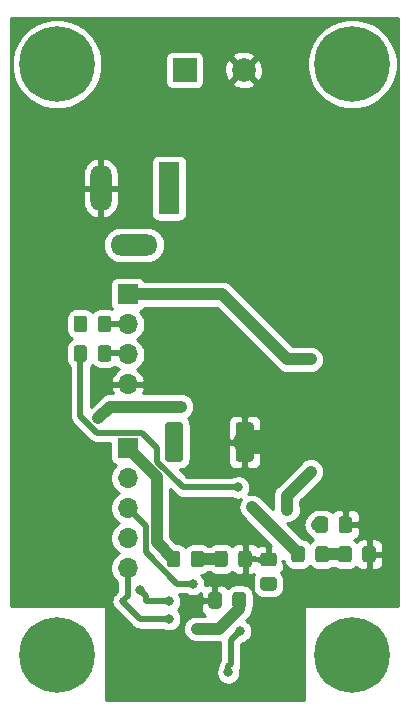
<source format=gbr>
%TF.GenerationSoftware,KiCad,Pcbnew,(5.1.6-0-10_14)*%
%TF.CreationDate,2021-01-02T16:58:20+01:00*%
%TF.ProjectId,driver-v2,64726976-6572-42d7-9632-2e6b69636164,rev?*%
%TF.SameCoordinates,Original*%
%TF.FileFunction,Copper,L2,Bot*%
%TF.FilePolarity,Positive*%
%FSLAX46Y46*%
G04 Gerber Fmt 4.6, Leading zero omitted, Abs format (unit mm)*
G04 Created by KiCad (PCBNEW (5.1.6-0-10_14)) date 2021-01-02 16:58:20*
%MOMM*%
%LPD*%
G01*
G04 APERTURE LIST*
%TA.AperFunction,ComponentPad*%
%ADD10C,6.400000*%
%TD*%
%TA.AperFunction,ComponentPad*%
%ADD11R,2.000000X2.000000*%
%TD*%
%TA.AperFunction,ComponentPad*%
%ADD12C,2.000000*%
%TD*%
%TA.AperFunction,ComponentPad*%
%ADD13O,4.000000X1.800000*%
%TD*%
%TA.AperFunction,ComponentPad*%
%ADD14O,1.800000X4.000000*%
%TD*%
%TA.AperFunction,ComponentPad*%
%ADD15R,1.800000X4.400000*%
%TD*%
%TA.AperFunction,ComponentPad*%
%ADD16R,1.700000X1.700000*%
%TD*%
%TA.AperFunction,ComponentPad*%
%ADD17O,1.700000X1.700000*%
%TD*%
%TA.AperFunction,ViaPad*%
%ADD18C,0.800000*%
%TD*%
%TA.AperFunction,Conductor*%
%ADD19C,1.000000*%
%TD*%
%TA.AperFunction,Conductor*%
%ADD20C,2.000000*%
%TD*%
%TA.AperFunction,Conductor*%
%ADD21C,0.500000*%
%TD*%
%TA.AperFunction,Conductor*%
%ADD22C,0.254000*%
%TD*%
G04 APERTURE END LIST*
D10*
%TO.P,REF\u002A\u002A,1*%
%TO.N,N/C*%
X25000000Y-70000000D03*
%TD*%
%TO.P,REF\u002A\u002A,1*%
%TO.N,N/C*%
X25000000Y-20000000D03*
%TD*%
%TO.P,REF\u002A\u002A,1*%
%TO.N,N/C*%
X50000000Y-70000000D03*
%TD*%
%TO.P,REF\u002A\u002A,1*%
%TO.N,N/C*%
X50000000Y-20000000D03*
%TD*%
D11*
%TO.P,C1,1*%
%TO.N,VIN*%
X35800000Y-20500000D03*
D12*
%TO.P,C1,2*%
%TO.N,GND*%
X40800000Y-20500000D03*
%TD*%
%TO.P,C2,2*%
%TO.N,GND*%
%TA.AperFunction,SMDPad,CuDef*%
G36*
G01*
X50850000Y-61950001D02*
X50850000Y-61049999D01*
G75*
G02*
X51099999Y-60800000I249999J0D01*
G01*
X51750001Y-60800000D01*
G75*
G02*
X52000000Y-61049999I0J-249999D01*
G01*
X52000000Y-61950001D01*
G75*
G02*
X51750001Y-62200000I-249999J0D01*
G01*
X51099999Y-62200000D01*
G75*
G02*
X50850000Y-61950001I0J249999D01*
G01*
G37*
%TD.AperFunction*%
%TO.P,C2,1*%
%TO.N,Net-(C2-Pad1)*%
%TA.AperFunction,SMDPad,CuDef*%
G36*
G01*
X48800000Y-61950001D02*
X48800000Y-61049999D01*
G75*
G02*
X49049999Y-60800000I249999J0D01*
G01*
X49700001Y-60800000D01*
G75*
G02*
X49950000Y-61049999I0J-249999D01*
G01*
X49950000Y-61950001D01*
G75*
G02*
X49700001Y-62200000I-249999J0D01*
G01*
X49049999Y-62200000D01*
G75*
G02*
X48800000Y-61950001I0J249999D01*
G01*
G37*
%TD.AperFunction*%
%TD*%
%TO.P,C4,1*%
%TO.N,Net-(C4-Pad1)*%
%TA.AperFunction,SMDPad,CuDef*%
G36*
G01*
X46800000Y-59450001D02*
X46800000Y-58549999D01*
G75*
G02*
X47049999Y-58300000I249999J0D01*
G01*
X47700001Y-58300000D01*
G75*
G02*
X47950000Y-58549999I0J-249999D01*
G01*
X47950000Y-59450001D01*
G75*
G02*
X47700001Y-59700000I-249999J0D01*
G01*
X47049999Y-59700000D01*
G75*
G02*
X46800000Y-59450001I0J249999D01*
G01*
G37*
%TD.AperFunction*%
%TO.P,C4,2*%
%TO.N,GND*%
%TA.AperFunction,SMDPad,CuDef*%
G36*
G01*
X48850000Y-59450001D02*
X48850000Y-58549999D01*
G75*
G02*
X49099999Y-58300000I249999J0D01*
G01*
X49750001Y-58300000D01*
G75*
G02*
X50000000Y-58549999I0J-249999D01*
G01*
X50000000Y-59450001D01*
G75*
G02*
X49750001Y-59700000I-249999J0D01*
G01*
X49099999Y-59700000D01*
G75*
G02*
X48850000Y-59450001I0J249999D01*
G01*
G37*
%TD.AperFunction*%
%TD*%
D13*
%TO.P,J1,3*%
%TO.N,N/C*%
X31500000Y-35300000D03*
D14*
%TO.P,J1,2*%
%TO.N,GND*%
X28700000Y-30500000D03*
D15*
%TO.P,J1,1*%
%TO.N,VIN*%
X34500000Y-30500000D03*
%TD*%
D16*
%TO.P,LS1,1*%
%TO.N,Vout*%
X31000000Y-52500000D03*
D17*
%TO.P,LS1,2*%
%TO.N,LS1-*%
X31000000Y-55040000D03*
%TO.P,LS1,3*%
%TO.N,LS2-*%
X31000000Y-57580000D03*
%TO.P,LS1,4*%
%TO.N,LS3-*%
X31000000Y-60120000D03*
%TO.P,LS1,5*%
%TO.N,LS4-*%
X31000000Y-62660000D03*
%TD*%
%TO.P,R1,2*%
%TO.N,GND*%
%TA.AperFunction,SMDPad,CuDef*%
G36*
G01*
X43350001Y-62525000D02*
X42449999Y-62525000D01*
G75*
G02*
X42200000Y-62275001I0J249999D01*
G01*
X42200000Y-61624999D01*
G75*
G02*
X42449999Y-61375000I249999J0D01*
G01*
X43350001Y-61375000D01*
G75*
G02*
X43600000Y-61624999I0J-249999D01*
G01*
X43600000Y-62275001D01*
G75*
G02*
X43350001Y-62525000I-249999J0D01*
G01*
G37*
%TD.AperFunction*%
%TO.P,R1,1*%
%TO.N,Net-(R1-Pad1)*%
%TA.AperFunction,SMDPad,CuDef*%
G36*
G01*
X43350001Y-64575000D02*
X42449999Y-64575000D01*
G75*
G02*
X42200000Y-64325001I0J249999D01*
G01*
X42200000Y-63674999D01*
G75*
G02*
X42449999Y-63425000I249999J0D01*
G01*
X43350001Y-63425000D01*
G75*
G02*
X43600000Y-63674999I0J-249999D01*
G01*
X43600000Y-64325001D01*
G75*
G02*
X43350001Y-64575000I-249999J0D01*
G01*
G37*
%TD.AperFunction*%
%TD*%
%TO.P,R2,1*%
%TO.N,Net-(C2-Pad1)*%
%TA.AperFunction,SMDPad,CuDef*%
G36*
G01*
X48025000Y-61049999D02*
X48025000Y-61950001D01*
G75*
G02*
X47775001Y-62200000I-249999J0D01*
G01*
X47124999Y-62200000D01*
G75*
G02*
X46875000Y-61950001I0J249999D01*
G01*
X46875000Y-61049999D01*
G75*
G02*
X47124999Y-60800000I249999J0D01*
G01*
X47775001Y-60800000D01*
G75*
G02*
X48025000Y-61049999I0J-249999D01*
G01*
G37*
%TD.AperFunction*%
%TO.P,R2,2*%
%TO.N,Net-(R2-Pad2)*%
%TA.AperFunction,SMDPad,CuDef*%
G36*
G01*
X45975000Y-61049999D02*
X45975000Y-61950001D01*
G75*
G02*
X45725001Y-62200000I-249999J0D01*
G01*
X45074999Y-62200000D01*
G75*
G02*
X44825000Y-61950001I0J249999D01*
G01*
X44825000Y-61049999D01*
G75*
G02*
X45074999Y-60800000I249999J0D01*
G01*
X45725001Y-60800000D01*
G75*
G02*
X45975000Y-61049999I0J-249999D01*
G01*
G37*
%TD.AperFunction*%
%TD*%
%TO.P,R3,1*%
%TO.N,Net-(Q1-Pad3)*%
%TA.AperFunction,SMDPad,CuDef*%
G36*
G01*
X34150000Y-53425001D02*
X34150000Y-50574999D01*
G75*
G02*
X34399999Y-50325000I249999J0D01*
G01*
X35425001Y-50325000D01*
G75*
G02*
X35675000Y-50574999I0J-249999D01*
G01*
X35675000Y-53425001D01*
G75*
G02*
X35425001Y-53675000I-249999J0D01*
G01*
X34399999Y-53675000D01*
G75*
G02*
X34150000Y-53425001I0J249999D01*
G01*
G37*
%TD.AperFunction*%
%TO.P,R3,2*%
%TO.N,GND*%
%TA.AperFunction,SMDPad,CuDef*%
G36*
G01*
X40125000Y-53425001D02*
X40125000Y-50574999D01*
G75*
G02*
X40374999Y-50325000I249999J0D01*
G01*
X41400001Y-50325000D01*
G75*
G02*
X41650000Y-50574999I0J-249999D01*
G01*
X41650000Y-53425001D01*
G75*
G02*
X41400001Y-53675000I-249999J0D01*
G01*
X40374999Y-53675000D01*
G75*
G02*
X40125000Y-53425001I0J249999D01*
G01*
G37*
%TD.AperFunction*%
%TD*%
%TO.P,R4,2*%
%TO.N,Net-(R4-Pad2)*%
%TA.AperFunction,SMDPad,CuDef*%
G36*
G01*
X36325000Y-62350001D02*
X36325000Y-61449999D01*
G75*
G02*
X36574999Y-61200000I249999J0D01*
G01*
X37225001Y-61200000D01*
G75*
G02*
X37475000Y-61449999I0J-249999D01*
G01*
X37475000Y-62350001D01*
G75*
G02*
X37225001Y-62600000I-249999J0D01*
G01*
X36574999Y-62600000D01*
G75*
G02*
X36325000Y-62350001I0J249999D01*
G01*
G37*
%TD.AperFunction*%
%TO.P,R4,1*%
%TO.N,Vout*%
%TA.AperFunction,SMDPad,CuDef*%
G36*
G01*
X34275000Y-62350001D02*
X34275000Y-61449999D01*
G75*
G02*
X34524999Y-61200000I249999J0D01*
G01*
X35175001Y-61200000D01*
G75*
G02*
X35425000Y-61449999I0J-249999D01*
G01*
X35425000Y-62350001D01*
G75*
G02*
X35175001Y-62600000I-249999J0D01*
G01*
X34524999Y-62600000D01*
G75*
G02*
X34275000Y-62350001I0J249999D01*
G01*
G37*
%TD.AperFunction*%
%TD*%
%TO.P,R5,1*%
%TO.N,Net-(R4-Pad2)*%
%TA.AperFunction,SMDPad,CuDef*%
G36*
G01*
X38300000Y-62350001D02*
X38300000Y-61449999D01*
G75*
G02*
X38549999Y-61200000I249999J0D01*
G01*
X39200001Y-61200000D01*
G75*
G02*
X39450000Y-61449999I0J-249999D01*
G01*
X39450000Y-62350001D01*
G75*
G02*
X39200001Y-62600000I-249999J0D01*
G01*
X38549999Y-62600000D01*
G75*
G02*
X38300000Y-62350001I0J249999D01*
G01*
G37*
%TD.AperFunction*%
%TO.P,R5,2*%
%TO.N,GND*%
%TA.AperFunction,SMDPad,CuDef*%
G36*
G01*
X40350000Y-62350001D02*
X40350000Y-61449999D01*
G75*
G02*
X40599999Y-61200000I249999J0D01*
G01*
X41250001Y-61200000D01*
G75*
G02*
X41500000Y-61449999I0J-249999D01*
G01*
X41500000Y-62350001D01*
G75*
G02*
X41250001Y-62600000I-249999J0D01*
G01*
X40599999Y-62600000D01*
G75*
G02*
X40350000Y-62350001I0J249999D01*
G01*
G37*
%TD.AperFunction*%
%TD*%
D16*
%TO.P,REMOTE1,1*%
%TO.N,VIN*%
X31000000Y-39500000D03*
D17*
%TO.P,REMOTE1,2*%
%TO.N,EN*%
X31000000Y-42040000D03*
%TO.P,REMOTE1,3*%
%TO.N,PWM*%
X31000000Y-44580000D03*
%TO.P,REMOTE1,4*%
%TO.N,GND*%
X31000000Y-47120000D03*
%TD*%
%TO.P,Ren1,1*%
%TO.N,Net-(Ren1-Pad1)*%
%TA.AperFunction,SMDPad,CuDef*%
G36*
G01*
X26400000Y-42450001D02*
X26400000Y-41549999D01*
G75*
G02*
X26649999Y-41300000I249999J0D01*
G01*
X27300001Y-41300000D01*
G75*
G02*
X27550000Y-41549999I0J-249999D01*
G01*
X27550000Y-42450001D01*
G75*
G02*
X27300001Y-42700000I-249999J0D01*
G01*
X26649999Y-42700000D01*
G75*
G02*
X26400000Y-42450001I0J249999D01*
G01*
G37*
%TD.AperFunction*%
%TO.P,Ren1,2*%
%TO.N,EN*%
%TA.AperFunction,SMDPad,CuDef*%
G36*
G01*
X28450000Y-42450001D02*
X28450000Y-41549999D01*
G75*
G02*
X28699999Y-41300000I249999J0D01*
G01*
X29350001Y-41300000D01*
G75*
G02*
X29600000Y-41549999I0J-249999D01*
G01*
X29600000Y-42450001D01*
G75*
G02*
X29350001Y-42700000I-249999J0D01*
G01*
X28699999Y-42700000D01*
G75*
G02*
X28450000Y-42450001I0J249999D01*
G01*
G37*
%TD.AperFunction*%
%TD*%
%TO.P,Riset1,1*%
%TO.N,Net-(Riset1-Pad1)*%
%TA.AperFunction,SMDPad,CuDef*%
G36*
G01*
X41000000Y-64949999D02*
X41000000Y-65850001D01*
G75*
G02*
X40750001Y-66100000I-249999J0D01*
G01*
X40099999Y-66100000D01*
G75*
G02*
X39850000Y-65850001I0J249999D01*
G01*
X39850000Y-64949999D01*
G75*
G02*
X40099999Y-64700000I249999J0D01*
G01*
X40750001Y-64700000D01*
G75*
G02*
X41000000Y-64949999I0J-249999D01*
G01*
G37*
%TD.AperFunction*%
%TO.P,Riset1,2*%
%TO.N,GND*%
%TA.AperFunction,SMDPad,CuDef*%
G36*
G01*
X38950000Y-64949999D02*
X38950000Y-65850001D01*
G75*
G02*
X38700001Y-66100000I-249999J0D01*
G01*
X38049999Y-66100000D01*
G75*
G02*
X37800000Y-65850001I0J249999D01*
G01*
X37800000Y-64949999D01*
G75*
G02*
X38049999Y-64700000I249999J0D01*
G01*
X38700001Y-64700000D01*
G75*
G02*
X38950000Y-64949999I0J-249999D01*
G01*
G37*
%TD.AperFunction*%
%TD*%
%TO.P,Rpwm1,2*%
%TO.N,PWM*%
%TA.AperFunction,SMDPad,CuDef*%
G36*
G01*
X28450000Y-44950001D02*
X28450000Y-44049999D01*
G75*
G02*
X28699999Y-43800000I249999J0D01*
G01*
X29350001Y-43800000D01*
G75*
G02*
X29600000Y-44049999I0J-249999D01*
G01*
X29600000Y-44950001D01*
G75*
G02*
X29350001Y-45200000I-249999J0D01*
G01*
X28699999Y-45200000D01*
G75*
G02*
X28450000Y-44950001I0J249999D01*
G01*
G37*
%TD.AperFunction*%
%TO.P,Rpwm1,1*%
%TO.N,Net-(Rpwm1-Pad1)*%
%TA.AperFunction,SMDPad,CuDef*%
G36*
G01*
X26400000Y-44950001D02*
X26400000Y-44049999D01*
G75*
G02*
X26649999Y-43800000I249999J0D01*
G01*
X27300001Y-43800000D01*
G75*
G02*
X27550000Y-44049999I0J-249999D01*
G01*
X27550000Y-44950001D01*
G75*
G02*
X27300001Y-45200000I-249999J0D01*
G01*
X26649999Y-45200000D01*
G75*
G02*
X26400000Y-44950001I0J249999D01*
G01*
G37*
%TD.AperFunction*%
%TD*%
D18*
%TO.N,VIN*%
X44445000Y-57755010D03*
X46500000Y-45000000D03*
X46500000Y-54500000D03*
%TO.N,GND*%
X36800000Y-60300000D03*
X36800000Y-59500000D03*
X36800000Y-58700000D03*
X48000000Y-55000000D03*
X48000000Y-54000000D03*
X48000000Y-53000000D03*
X48000000Y-52000000D03*
X50000000Y-52000000D03*
X50000000Y-53000000D03*
X50000000Y-54000000D03*
X50000000Y-55000000D03*
X49000000Y-55000000D03*
X49000000Y-54000000D03*
X49000000Y-53000000D03*
X49000000Y-52000000D03*
X42000000Y-29000000D03*
X41000000Y-29000000D03*
X41000000Y-28000000D03*
X40000000Y-28000000D03*
X40000000Y-29000000D03*
X42000000Y-28000000D03*
%TO.N,Net-(C4-Pad1)*%
X47000000Y-59000000D03*
%TO.N,LS2-*%
X36500000Y-64000000D03*
%TO.N,LS3-*%
X34500000Y-65500000D03*
X32000000Y-64500000D03*
%TO.N,LS4-*%
X34500000Y-67000000D03*
%TO.N,Net-(Q1-Pad1)*%
X35500000Y-49000000D03*
X28500000Y-50000000D03*
%TO.N,Net-(Q1-Pad3)*%
X34912500Y-52000000D03*
%TO.N,Net-(R1-Pad1)*%
X42900000Y-64000000D03*
%TO.N,Net-(R2-Pad2)*%
X41500000Y-57500000D03*
%TO.N,Net-(R4-Pad2)*%
X38875000Y-61900000D03*
%TO.N,Net-(Ren1-Pad1)*%
X40500000Y-68000000D03*
X39500000Y-71500000D03*
X26975000Y-42000000D03*
%TO.N,Net-(Riset1-Pad1)*%
X36825000Y-67825000D03*
%TO.N,Net-(Rpwm1-Pad1)*%
X40335000Y-55835000D03*
%TD*%
D19*
%TO.N,VIN*%
X31000000Y-39500000D02*
X39000000Y-39500000D01*
X44500000Y-57700010D02*
X44445000Y-57755010D01*
X39000000Y-39500000D02*
X44500000Y-45000000D01*
X44500000Y-45000000D02*
X46500000Y-45000000D01*
X44445000Y-57755010D02*
X44445000Y-56555000D01*
X44445000Y-56555000D02*
X46500000Y-54500000D01*
D20*
%TO.N,GND*%
X40887500Y-52000000D02*
X49000000Y-52000000D01*
X49000000Y-52000000D02*
X49000000Y-55000000D01*
D19*
%TO.N,Net-(C2-Pad1)*%
X49375000Y-61500000D02*
X47450000Y-61500000D01*
%TO.N,Net-(C4-Pad1)*%
X47375000Y-59000000D02*
X47000000Y-59000000D01*
%TO.N,Vout*%
X33449990Y-54949990D02*
X31000000Y-52500000D01*
X33449990Y-60499990D02*
X33449990Y-54949990D01*
X34850000Y-61900000D02*
X33449990Y-60499990D01*
D21*
%TO.N,LS2-*%
X32499980Y-61314946D02*
X32499980Y-59079980D01*
X32499980Y-59079980D02*
X31000000Y-57580000D01*
X35185034Y-64000000D02*
X32499980Y-61314946D01*
X36500000Y-64000000D02*
X35185034Y-64000000D01*
%TO.N,LS3-*%
X34500000Y-65500000D02*
X32500000Y-65500000D01*
X32500000Y-65500000D02*
X32500000Y-65000000D01*
X32500000Y-65000000D02*
X32000000Y-64500000D01*
%TO.N,LS4-*%
X34500000Y-67000000D02*
X32000000Y-67000000D01*
X32000000Y-67000000D02*
X30500000Y-65500000D01*
X31000000Y-65000000D02*
X31000000Y-62660000D01*
X30500000Y-65500000D02*
X31000000Y-65000000D01*
D19*
%TO.N,Net-(Q1-Pad1)*%
X35500000Y-49000000D02*
X34631480Y-49000000D01*
X34631480Y-49000000D02*
X29500000Y-49000000D01*
X29500000Y-49000000D02*
X28500000Y-50000000D01*
%TO.N,Net-(R2-Pad2)*%
X45400000Y-61500000D02*
X45400000Y-61400000D01*
X45400000Y-61400000D02*
X41500000Y-57500000D01*
%TO.N,Net-(R4-Pad2)*%
X36900000Y-61900000D02*
X38875000Y-61900000D01*
D21*
%TO.N,EN*%
X30960000Y-42000000D02*
X31000000Y-42040000D01*
X29025000Y-42000000D02*
X30960000Y-42000000D01*
%TO.N,PWM*%
X30920000Y-44500000D02*
X31000000Y-44580000D01*
X29025000Y-44500000D02*
X30920000Y-44500000D01*
%TO.N,Net-(Ren1-Pad1)*%
X39724990Y-68775010D02*
X39724990Y-70775010D01*
X40500000Y-68000000D02*
X39724990Y-68775010D01*
X39500000Y-71000000D02*
X39500000Y-71500000D01*
X39724990Y-70775010D02*
X39500000Y-71000000D01*
D19*
%TO.N,Net-(Riset1-Pad1)*%
X38700000Y-67825000D02*
X36825000Y-67825000D01*
X40425000Y-66100000D02*
X38700000Y-67825000D01*
X40425000Y-65400000D02*
X40425000Y-66100000D01*
D21*
%TO.N,Net-(Rpwm1-Pad1)*%
X33500000Y-53656484D02*
X35678516Y-55835000D01*
X35678516Y-55835000D02*
X40335000Y-55835000D01*
X33500000Y-52489998D02*
X33500000Y-53656484D01*
X28356483Y-51199999D02*
X32210001Y-51199999D01*
X32210001Y-51199999D02*
X33500000Y-52489998D01*
X26975000Y-49818516D02*
X28356483Y-51199999D01*
X26975000Y-44500000D02*
X26975000Y-49818516D01*
%TD*%
D22*
%TO.N,GND*%
G36*
X53873000Y-65873000D02*
G01*
X46000000Y-65873000D01*
X45975224Y-65875440D01*
X45951399Y-65882667D01*
X45929443Y-65894403D01*
X45910197Y-65910197D01*
X45894403Y-65929443D01*
X45882667Y-65951399D01*
X45875440Y-65975224D01*
X45873000Y-66000000D01*
X45873000Y-73873000D01*
X29127000Y-73873000D01*
X29127000Y-66000000D01*
X29124560Y-65975224D01*
X29117333Y-65951399D01*
X29105597Y-65929443D01*
X29089803Y-65910197D01*
X29070557Y-65894403D01*
X29048601Y-65882667D01*
X29024776Y-65875440D01*
X29000000Y-65873000D01*
X21127000Y-65873000D01*
X21127000Y-41549999D01*
X25761928Y-41549999D01*
X25761928Y-42450001D01*
X25778992Y-42623255D01*
X25829528Y-42789851D01*
X25911595Y-42943387D01*
X26022038Y-43077962D01*
X26156613Y-43188405D01*
X26271849Y-43250000D01*
X26156613Y-43311595D01*
X26022038Y-43422038D01*
X25911595Y-43556613D01*
X25829528Y-43710149D01*
X25778992Y-43876745D01*
X25761928Y-44049999D01*
X25761928Y-44950001D01*
X25778992Y-45123255D01*
X25829528Y-45289851D01*
X25911595Y-45443387D01*
X26022038Y-45577962D01*
X26090000Y-45633737D01*
X26090001Y-49775037D01*
X26085719Y-49818516D01*
X26102805Y-49992006D01*
X26153412Y-50158829D01*
X26235590Y-50312575D01*
X26318468Y-50413562D01*
X26318471Y-50413565D01*
X26346184Y-50447333D01*
X26379951Y-50475045D01*
X27699953Y-51795048D01*
X27727666Y-51828816D01*
X27761434Y-51856529D01*
X27761436Y-51856531D01*
X27832935Y-51915209D01*
X27862424Y-51939410D01*
X28016170Y-52021588D01*
X28132386Y-52056842D01*
X28182992Y-52072194D01*
X28197789Y-52073651D01*
X28313006Y-52084999D01*
X28313014Y-52084999D01*
X28356483Y-52089280D01*
X28399952Y-52084999D01*
X29511928Y-52084999D01*
X29511928Y-53350000D01*
X29524188Y-53474482D01*
X29560498Y-53594180D01*
X29619463Y-53704494D01*
X29698815Y-53801185D01*
X29795506Y-53880537D01*
X29905820Y-53939502D01*
X29978380Y-53961513D01*
X29846525Y-54093368D01*
X29684010Y-54336589D01*
X29572068Y-54606842D01*
X29515000Y-54893740D01*
X29515000Y-55186260D01*
X29572068Y-55473158D01*
X29684010Y-55743411D01*
X29846525Y-55986632D01*
X30053368Y-56193475D01*
X30227760Y-56310000D01*
X30053368Y-56426525D01*
X29846525Y-56633368D01*
X29684010Y-56876589D01*
X29572068Y-57146842D01*
X29515000Y-57433740D01*
X29515000Y-57726260D01*
X29572068Y-58013158D01*
X29684010Y-58283411D01*
X29846525Y-58526632D01*
X30053368Y-58733475D01*
X30227760Y-58850000D01*
X30053368Y-58966525D01*
X29846525Y-59173368D01*
X29684010Y-59416589D01*
X29572068Y-59686842D01*
X29515000Y-59973740D01*
X29515000Y-60266260D01*
X29572068Y-60553158D01*
X29684010Y-60823411D01*
X29846525Y-61066632D01*
X30053368Y-61273475D01*
X30227760Y-61390000D01*
X30053368Y-61506525D01*
X29846525Y-61713368D01*
X29684010Y-61956589D01*
X29572068Y-62226842D01*
X29515000Y-62513740D01*
X29515000Y-62806260D01*
X29572068Y-63093158D01*
X29684010Y-63363411D01*
X29846525Y-63606632D01*
X30053368Y-63813475D01*
X30115000Y-63854656D01*
X30115000Y-64633422D01*
X29904955Y-64843467D01*
X29871183Y-64871183D01*
X29843468Y-64904954D01*
X29760590Y-65005941D01*
X29678412Y-65159687D01*
X29627805Y-65326510D01*
X29610719Y-65500000D01*
X29627805Y-65673490D01*
X29678412Y-65840313D01*
X29760590Y-65994059D01*
X29871183Y-66128817D01*
X29904954Y-66156532D01*
X31343470Y-67595049D01*
X31371183Y-67628817D01*
X31404951Y-67656530D01*
X31404953Y-67656532D01*
X31455606Y-67698102D01*
X31505941Y-67739411D01*
X31659687Y-67821589D01*
X31826510Y-67872195D01*
X31956523Y-67885000D01*
X31956533Y-67885000D01*
X31999999Y-67889281D01*
X32043465Y-67885000D01*
X33961546Y-67885000D01*
X34009744Y-67917205D01*
X34198102Y-67995226D01*
X34398061Y-68035000D01*
X34601939Y-68035000D01*
X34801898Y-67995226D01*
X34990256Y-67917205D01*
X35128250Y-67825000D01*
X35684509Y-67825000D01*
X35706423Y-68047499D01*
X35771324Y-68261447D01*
X35876716Y-68458623D01*
X36018551Y-68631449D01*
X36191377Y-68773284D01*
X36388553Y-68878676D01*
X36602501Y-68943577D01*
X36769248Y-68960000D01*
X38644249Y-68960000D01*
X38700000Y-68965491D01*
X38755751Y-68960000D01*
X38755752Y-68960000D01*
X38839990Y-68951703D01*
X38839991Y-70409191D01*
X38760589Y-70505942D01*
X38678411Y-70659688D01*
X38627805Y-70826511D01*
X38615000Y-70956524D01*
X38615000Y-70956531D01*
X38614421Y-70962413D01*
X38582795Y-71009744D01*
X38504774Y-71198102D01*
X38465000Y-71398061D01*
X38465000Y-71601939D01*
X38504774Y-71801898D01*
X38582795Y-71990256D01*
X38696063Y-72159774D01*
X38840226Y-72303937D01*
X39009744Y-72417205D01*
X39198102Y-72495226D01*
X39398061Y-72535000D01*
X39601939Y-72535000D01*
X39801898Y-72495226D01*
X39990256Y-72417205D01*
X40159774Y-72303937D01*
X40303937Y-72159774D01*
X40417205Y-71990256D01*
X40495226Y-71801898D01*
X40535000Y-71601939D01*
X40535000Y-71398061D01*
X40497154Y-71207793D01*
X40546579Y-71115323D01*
X40597185Y-70948500D01*
X40609990Y-70818487D01*
X40609990Y-70818479D01*
X40614271Y-70775010D01*
X40609990Y-70731541D01*
X40609990Y-69141588D01*
X40745044Y-69006535D01*
X40801898Y-68995226D01*
X40990256Y-68917205D01*
X41159774Y-68803937D01*
X41303937Y-68659774D01*
X41417205Y-68490256D01*
X41495226Y-68301898D01*
X41535000Y-68101939D01*
X41535000Y-67898061D01*
X41495226Y-67698102D01*
X41417205Y-67509744D01*
X41303937Y-67340226D01*
X41159774Y-67196063D01*
X41024474Y-67105658D01*
X41188140Y-66941991D01*
X41231449Y-66906449D01*
X41373284Y-66733623D01*
X41478676Y-66536447D01*
X41543577Y-66322498D01*
X41553517Y-66221571D01*
X41570472Y-66189851D01*
X41621008Y-66023255D01*
X41638072Y-65850001D01*
X41638072Y-64949999D01*
X41621008Y-64776745D01*
X41570472Y-64610149D01*
X41488405Y-64456613D01*
X41377962Y-64322038D01*
X41243387Y-64211595D01*
X41089851Y-64129528D01*
X40923255Y-64078992D01*
X40750001Y-64061928D01*
X40099999Y-64061928D01*
X39926745Y-64078992D01*
X39760149Y-64129528D01*
X39606613Y-64211595D01*
X39472038Y-64322038D01*
X39466658Y-64328594D01*
X39401185Y-64248815D01*
X39304494Y-64169463D01*
X39194180Y-64110498D01*
X39074482Y-64074188D01*
X38950000Y-64061928D01*
X38660750Y-64065000D01*
X38502000Y-64223750D01*
X38502000Y-65273000D01*
X38522000Y-65273000D01*
X38522000Y-65527000D01*
X38502000Y-65527000D01*
X38502000Y-65547000D01*
X38248000Y-65547000D01*
X38248000Y-65527000D01*
X37323750Y-65527000D01*
X37165000Y-65685750D01*
X37161928Y-66100000D01*
X37174188Y-66224482D01*
X37210498Y-66344180D01*
X37269463Y-66454494D01*
X37348815Y-66551185D01*
X37445506Y-66630537D01*
X37555820Y-66689502D01*
X37557462Y-66690000D01*
X36769248Y-66690000D01*
X36602501Y-66706423D01*
X36388553Y-66771324D01*
X36191377Y-66876716D01*
X36018551Y-67018551D01*
X35876716Y-67191377D01*
X35771324Y-67388553D01*
X35706423Y-67602501D01*
X35684509Y-67825000D01*
X35128250Y-67825000D01*
X35159774Y-67803937D01*
X35303937Y-67659774D01*
X35417205Y-67490256D01*
X35495226Y-67301898D01*
X35535000Y-67101939D01*
X35535000Y-66898061D01*
X35495226Y-66698102D01*
X35417205Y-66509744D01*
X35303937Y-66340226D01*
X35213711Y-66250000D01*
X35303937Y-66159774D01*
X35417205Y-65990256D01*
X35495226Y-65801898D01*
X35535000Y-65601939D01*
X35535000Y-65398061D01*
X35495226Y-65198102D01*
X35417205Y-65009744D01*
X35333854Y-64885000D01*
X35961546Y-64885000D01*
X36009744Y-64917205D01*
X36198102Y-64995226D01*
X36398061Y-65035000D01*
X36601939Y-65035000D01*
X36801898Y-64995226D01*
X36990256Y-64917205D01*
X37159774Y-64803937D01*
X37162677Y-64801034D01*
X37165000Y-65114250D01*
X37323750Y-65273000D01*
X38248000Y-65273000D01*
X38248000Y-64223750D01*
X38089250Y-64065000D01*
X37800000Y-64061928D01*
X37675518Y-64074188D01*
X37555820Y-64110498D01*
X37530618Y-64123969D01*
X37535000Y-64101939D01*
X37535000Y-63898061D01*
X37495226Y-63698102D01*
X37417205Y-63509744D01*
X37303937Y-63340226D01*
X37201783Y-63238072D01*
X37225001Y-63238072D01*
X37398255Y-63221008D01*
X37564851Y-63170472D01*
X37718387Y-63088405D01*
X37783461Y-63035000D01*
X37991539Y-63035000D01*
X38056613Y-63088405D01*
X38210149Y-63170472D01*
X38376745Y-63221008D01*
X38549999Y-63238072D01*
X39200001Y-63238072D01*
X39373255Y-63221008D01*
X39539851Y-63170472D01*
X39693387Y-63088405D01*
X39827962Y-62977962D01*
X39833342Y-62971406D01*
X39898815Y-63051185D01*
X39995506Y-63130537D01*
X40105820Y-63189502D01*
X40225518Y-63225812D01*
X40350000Y-63238072D01*
X40639250Y-63235000D01*
X40798000Y-63076250D01*
X40798000Y-62027000D01*
X40778000Y-62027000D01*
X40778000Y-61773000D01*
X40798000Y-61773000D01*
X40798000Y-60723750D01*
X41052000Y-60723750D01*
X41052000Y-61773000D01*
X41673750Y-61773000D01*
X41723750Y-61823000D01*
X42773000Y-61823000D01*
X42773000Y-60898750D01*
X42614250Y-60740000D01*
X42200000Y-60736928D01*
X42075518Y-60749188D01*
X41976213Y-60779312D01*
X41951185Y-60748815D01*
X41854494Y-60669463D01*
X41744180Y-60610498D01*
X41624482Y-60574188D01*
X41500000Y-60561928D01*
X41210750Y-60565000D01*
X41052000Y-60723750D01*
X40798000Y-60723750D01*
X40639250Y-60565000D01*
X40350000Y-60561928D01*
X40225518Y-60574188D01*
X40105820Y-60610498D01*
X39995506Y-60669463D01*
X39898815Y-60748815D01*
X39833342Y-60828594D01*
X39827962Y-60822038D01*
X39693387Y-60711595D01*
X39539851Y-60629528D01*
X39373255Y-60578992D01*
X39200001Y-60561928D01*
X38549999Y-60561928D01*
X38376745Y-60578992D01*
X38210149Y-60629528D01*
X38056613Y-60711595D01*
X37991539Y-60765000D01*
X37783461Y-60765000D01*
X37718387Y-60711595D01*
X37564851Y-60629528D01*
X37398255Y-60578992D01*
X37225001Y-60561928D01*
X36574999Y-60561928D01*
X36401745Y-60578992D01*
X36235149Y-60629528D01*
X36081613Y-60711595D01*
X35947038Y-60822038D01*
X35875000Y-60909816D01*
X35802962Y-60822038D01*
X35668387Y-60711595D01*
X35514851Y-60629528D01*
X35348255Y-60578992D01*
X35175001Y-60561928D01*
X35117060Y-60561928D01*
X34584990Y-60029859D01*
X34584990Y-55993053D01*
X35021986Y-56430049D01*
X35049699Y-56463817D01*
X35083467Y-56491530D01*
X35083469Y-56491532D01*
X35160805Y-56555000D01*
X35184457Y-56574411D01*
X35338203Y-56656589D01*
X35505026Y-56707195D01*
X35635039Y-56720000D01*
X35635047Y-56720000D01*
X35678516Y-56724281D01*
X35721985Y-56720000D01*
X39796546Y-56720000D01*
X39844744Y-56752205D01*
X40033102Y-56830226D01*
X40233061Y-56870000D01*
X40436939Y-56870000D01*
X40570557Y-56843422D01*
X40551717Y-56866378D01*
X40446324Y-57063554D01*
X40381423Y-57277502D01*
X40359509Y-57500000D01*
X40381423Y-57722498D01*
X40446324Y-57936446D01*
X40551717Y-58133622D01*
X40658012Y-58263143D01*
X43160309Y-60765441D01*
X43027000Y-60898750D01*
X43027000Y-61823000D01*
X43047000Y-61823000D01*
X43047000Y-62077000D01*
X43027000Y-62077000D01*
X43027000Y-62097000D01*
X42773000Y-62097000D01*
X42773000Y-62077000D01*
X42026250Y-62077000D01*
X41976250Y-62027000D01*
X41052000Y-62027000D01*
X41052000Y-63076250D01*
X41210750Y-63235000D01*
X41500000Y-63238072D01*
X41624482Y-63225812D01*
X41700256Y-63202826D01*
X41629528Y-63335149D01*
X41578992Y-63501745D01*
X41561928Y-63674999D01*
X41561928Y-64325001D01*
X41578992Y-64498255D01*
X41629528Y-64664851D01*
X41711595Y-64818387D01*
X41822038Y-64952962D01*
X41956613Y-65063405D01*
X42110149Y-65145472D01*
X42276745Y-65196008D01*
X42449999Y-65213072D01*
X43350001Y-65213072D01*
X43523255Y-65196008D01*
X43689851Y-65145472D01*
X43843387Y-65063405D01*
X43977962Y-64952962D01*
X44088405Y-64818387D01*
X44170472Y-64664851D01*
X44221008Y-64498255D01*
X44238072Y-64325001D01*
X44238072Y-63674999D01*
X44221008Y-63501745D01*
X44170472Y-63335149D01*
X44088405Y-63181613D01*
X43977962Y-63047038D01*
X43971406Y-63041658D01*
X44051185Y-62976185D01*
X44130537Y-62879494D01*
X44189502Y-62769180D01*
X44225812Y-62649482D01*
X44238072Y-62525000D01*
X44235000Y-62235750D01*
X44076252Y-62077002D01*
X44199436Y-62077002D01*
X44203992Y-62123255D01*
X44254528Y-62289851D01*
X44336595Y-62443387D01*
X44447038Y-62577962D01*
X44581613Y-62688405D01*
X44735149Y-62770472D01*
X44901745Y-62821008D01*
X45074999Y-62838072D01*
X45725001Y-62838072D01*
X45898255Y-62821008D01*
X46064851Y-62770472D01*
X46218387Y-62688405D01*
X46352962Y-62577962D01*
X46425000Y-62490184D01*
X46497038Y-62577962D01*
X46631613Y-62688405D01*
X46785149Y-62770472D01*
X46951745Y-62821008D01*
X47124999Y-62838072D01*
X47775001Y-62838072D01*
X47948255Y-62821008D01*
X48114851Y-62770472D01*
X48268387Y-62688405D01*
X48333461Y-62635000D01*
X48491539Y-62635000D01*
X48556613Y-62688405D01*
X48710149Y-62770472D01*
X48876745Y-62821008D01*
X49049999Y-62838072D01*
X49700001Y-62838072D01*
X49873255Y-62821008D01*
X50039851Y-62770472D01*
X50193387Y-62688405D01*
X50327962Y-62577962D01*
X50333342Y-62571406D01*
X50398815Y-62651185D01*
X50495506Y-62730537D01*
X50605820Y-62789502D01*
X50725518Y-62825812D01*
X50850000Y-62838072D01*
X51139250Y-62835000D01*
X51298000Y-62676250D01*
X51298000Y-61627000D01*
X51552000Y-61627000D01*
X51552000Y-62676250D01*
X51710750Y-62835000D01*
X52000000Y-62838072D01*
X52124482Y-62825812D01*
X52244180Y-62789502D01*
X52354494Y-62730537D01*
X52451185Y-62651185D01*
X52530537Y-62554494D01*
X52589502Y-62444180D01*
X52625812Y-62324482D01*
X52638072Y-62200000D01*
X52635000Y-61785750D01*
X52476250Y-61627000D01*
X51552000Y-61627000D01*
X51298000Y-61627000D01*
X51278000Y-61627000D01*
X51278000Y-61373000D01*
X51298000Y-61373000D01*
X51298000Y-60323750D01*
X51552000Y-60323750D01*
X51552000Y-61373000D01*
X52476250Y-61373000D01*
X52635000Y-61214250D01*
X52638072Y-60800000D01*
X52625812Y-60675518D01*
X52589502Y-60555820D01*
X52530537Y-60445506D01*
X52451185Y-60348815D01*
X52354494Y-60269463D01*
X52244180Y-60210498D01*
X52124482Y-60174188D01*
X52000000Y-60161928D01*
X51710750Y-60165000D01*
X51552000Y-60323750D01*
X51298000Y-60323750D01*
X51139250Y-60165000D01*
X50850000Y-60161928D01*
X50725518Y-60174188D01*
X50605820Y-60210498D01*
X50495506Y-60269463D01*
X50398815Y-60348815D01*
X50333342Y-60428594D01*
X50327962Y-60422038D01*
X50193387Y-60311595D01*
X50185408Y-60307330D01*
X50244180Y-60289502D01*
X50354494Y-60230537D01*
X50451185Y-60151185D01*
X50530537Y-60054494D01*
X50589502Y-59944180D01*
X50625812Y-59824482D01*
X50638072Y-59700000D01*
X50635000Y-59285750D01*
X50476250Y-59127000D01*
X49552000Y-59127000D01*
X49552000Y-59147000D01*
X49298000Y-59147000D01*
X49298000Y-59127000D01*
X49278000Y-59127000D01*
X49278000Y-58873000D01*
X49298000Y-58873000D01*
X49298000Y-57823750D01*
X49552000Y-57823750D01*
X49552000Y-58873000D01*
X50476250Y-58873000D01*
X50635000Y-58714250D01*
X50638072Y-58300000D01*
X50625812Y-58175518D01*
X50589502Y-58055820D01*
X50530537Y-57945506D01*
X50451185Y-57848815D01*
X50354494Y-57769463D01*
X50244180Y-57710498D01*
X50124482Y-57674188D01*
X50000000Y-57661928D01*
X49710750Y-57665000D01*
X49552000Y-57823750D01*
X49298000Y-57823750D01*
X49139250Y-57665000D01*
X48850000Y-57661928D01*
X48725518Y-57674188D01*
X48605820Y-57710498D01*
X48495506Y-57769463D01*
X48398815Y-57848815D01*
X48333342Y-57928594D01*
X48327962Y-57922038D01*
X48193387Y-57811595D01*
X48039851Y-57729528D01*
X47873255Y-57678992D01*
X47700001Y-57661928D01*
X47049999Y-57661928D01*
X46876745Y-57678992D01*
X46710149Y-57729528D01*
X46556613Y-57811595D01*
X46422038Y-57922038D01*
X46311595Y-58056613D01*
X46273448Y-58127981D01*
X46193551Y-58193551D01*
X46051716Y-58366377D01*
X45946324Y-58563553D01*
X45881423Y-58777501D01*
X45859509Y-59000000D01*
X45881423Y-59222499D01*
X45946324Y-59436447D01*
X46051716Y-59633623D01*
X46193551Y-59806449D01*
X46273448Y-59872019D01*
X46311595Y-59943387D01*
X46422038Y-60077962D01*
X46556613Y-60188405D01*
X46709349Y-60270044D01*
X46631613Y-60311595D01*
X46497038Y-60422038D01*
X46425000Y-60509816D01*
X46352962Y-60422038D01*
X46218387Y-60311595D01*
X46064851Y-60229528D01*
X45898255Y-60178992D01*
X45771655Y-60166523D01*
X44495645Y-58890513D01*
X44667498Y-58873587D01*
X44881446Y-58808686D01*
X44890194Y-58804010D01*
X45078623Y-58703294D01*
X45251449Y-58561459D01*
X45286996Y-58518145D01*
X45341988Y-58463153D01*
X45448284Y-58333632D01*
X45553676Y-58136456D01*
X45618577Y-57922508D01*
X45640491Y-57700010D01*
X45618577Y-57477511D01*
X45580000Y-57350341D01*
X45580000Y-57025131D01*
X47341988Y-55263144D01*
X47448284Y-55133623D01*
X47553676Y-54936447D01*
X47618577Y-54722499D01*
X47640491Y-54500000D01*
X47618577Y-54277501D01*
X47553676Y-54063554D01*
X47448284Y-53866378D01*
X47306449Y-53693551D01*
X47133622Y-53551716D01*
X46936446Y-53446324D01*
X46722499Y-53381423D01*
X46500000Y-53359509D01*
X46277501Y-53381423D01*
X46063553Y-53446324D01*
X45866377Y-53551716D01*
X45736856Y-53658012D01*
X43681860Y-55713009D01*
X43638552Y-55748551D01*
X43496717Y-55921377D01*
X43391324Y-56118553D01*
X43347200Y-56264010D01*
X43326423Y-56332502D01*
X43304509Y-56555000D01*
X43310000Y-56610751D01*
X43310000Y-57699259D01*
X43309497Y-57704366D01*
X42263143Y-56658012D01*
X42133622Y-56551717D01*
X41936446Y-56446324D01*
X41722498Y-56381423D01*
X41500000Y-56359509D01*
X41277502Y-56381423D01*
X41198704Y-56405326D01*
X41252205Y-56325256D01*
X41330226Y-56136898D01*
X41370000Y-55936939D01*
X41370000Y-55733061D01*
X41330226Y-55533102D01*
X41252205Y-55344744D01*
X41138937Y-55175226D01*
X40994774Y-55031063D01*
X40825256Y-54917795D01*
X40636898Y-54839774D01*
X40436939Y-54800000D01*
X40233061Y-54800000D01*
X40033102Y-54839774D01*
X39844744Y-54917795D01*
X39796546Y-54950000D01*
X36045095Y-54950000D01*
X35408167Y-54313072D01*
X35425001Y-54313072D01*
X35598255Y-54296008D01*
X35764851Y-54245472D01*
X35918387Y-54163405D01*
X36052962Y-54052962D01*
X36163405Y-53918387D01*
X36245472Y-53764851D01*
X36272727Y-53675000D01*
X39486928Y-53675000D01*
X39499188Y-53799482D01*
X39535498Y-53919180D01*
X39594463Y-54029494D01*
X39673815Y-54126185D01*
X39770506Y-54205537D01*
X39880820Y-54264502D01*
X40000518Y-54300812D01*
X40125000Y-54313072D01*
X40601750Y-54310000D01*
X40760500Y-54151250D01*
X40760500Y-52127000D01*
X41014500Y-52127000D01*
X41014500Y-54151250D01*
X41173250Y-54310000D01*
X41650000Y-54313072D01*
X41774482Y-54300812D01*
X41894180Y-54264502D01*
X42004494Y-54205537D01*
X42101185Y-54126185D01*
X42180537Y-54029494D01*
X42239502Y-53919180D01*
X42275812Y-53799482D01*
X42288072Y-53675000D01*
X42285000Y-52285750D01*
X42126250Y-52127000D01*
X41014500Y-52127000D01*
X40760500Y-52127000D01*
X39648750Y-52127000D01*
X39490000Y-52285750D01*
X39486928Y-53675000D01*
X36272727Y-53675000D01*
X36296008Y-53598255D01*
X36313072Y-53425001D01*
X36313072Y-50574999D01*
X36296008Y-50401745D01*
X36272728Y-50325000D01*
X39486928Y-50325000D01*
X39490000Y-51714250D01*
X39648750Y-51873000D01*
X40760500Y-51873000D01*
X40760500Y-49848750D01*
X41014500Y-49848750D01*
X41014500Y-51873000D01*
X42126250Y-51873000D01*
X42285000Y-51714250D01*
X42288072Y-50325000D01*
X42275812Y-50200518D01*
X42239502Y-50080820D01*
X42180537Y-49970506D01*
X42101185Y-49873815D01*
X42004494Y-49794463D01*
X41894180Y-49735498D01*
X41774482Y-49699188D01*
X41650000Y-49686928D01*
X41173250Y-49690000D01*
X41014500Y-49848750D01*
X40760500Y-49848750D01*
X40601750Y-49690000D01*
X40125000Y-49686928D01*
X40000518Y-49699188D01*
X39880820Y-49735498D01*
X39770506Y-49794463D01*
X39673815Y-49873815D01*
X39594463Y-49970506D01*
X39535498Y-50080820D01*
X39499188Y-50200518D01*
X39486928Y-50325000D01*
X36272728Y-50325000D01*
X36245472Y-50235149D01*
X36163405Y-50081613D01*
X36078267Y-49977872D01*
X36133623Y-49948284D01*
X36306449Y-49806449D01*
X36448284Y-49633623D01*
X36553676Y-49436447D01*
X36618577Y-49222499D01*
X36640491Y-49000000D01*
X36618577Y-48777501D01*
X36553676Y-48563553D01*
X36448284Y-48366377D01*
X36306449Y-48193551D01*
X36133623Y-48051716D01*
X35936447Y-47946324D01*
X35722499Y-47881423D01*
X35555752Y-47865000D01*
X32282082Y-47865000D01*
X32396825Y-47624099D01*
X32441476Y-47476890D01*
X32320155Y-47247000D01*
X31127000Y-47247000D01*
X31127000Y-47267000D01*
X30873000Y-47267000D01*
X30873000Y-47247000D01*
X29679845Y-47247000D01*
X29558524Y-47476890D01*
X29603175Y-47624099D01*
X29717918Y-47865000D01*
X29555752Y-47865000D01*
X29500000Y-47859509D01*
X29277501Y-47881423D01*
X29063553Y-47946324D01*
X28866377Y-48051716D01*
X28736856Y-48158011D01*
X28736854Y-48158013D01*
X28693551Y-48193551D01*
X28658013Y-48236855D01*
X27860000Y-49034869D01*
X27860000Y-45633737D01*
X27927962Y-45577962D01*
X28000000Y-45490184D01*
X28072038Y-45577962D01*
X28206613Y-45688405D01*
X28360149Y-45770472D01*
X28526745Y-45821008D01*
X28699999Y-45838072D01*
X29350001Y-45838072D01*
X29523255Y-45821008D01*
X29689851Y-45770472D01*
X29843387Y-45688405D01*
X29933964Y-45614071D01*
X30053368Y-45733475D01*
X30235534Y-45855195D01*
X30118645Y-45924822D01*
X29902412Y-46119731D01*
X29728359Y-46353080D01*
X29603175Y-46615901D01*
X29558524Y-46763110D01*
X29679845Y-46993000D01*
X30873000Y-46993000D01*
X30873000Y-46973000D01*
X31127000Y-46973000D01*
X31127000Y-46993000D01*
X32320155Y-46993000D01*
X32441476Y-46763110D01*
X32396825Y-46615901D01*
X32271641Y-46353080D01*
X32097588Y-46119731D01*
X31881355Y-45924822D01*
X31764466Y-45855195D01*
X31946632Y-45733475D01*
X32153475Y-45526632D01*
X32315990Y-45283411D01*
X32427932Y-45013158D01*
X32485000Y-44726260D01*
X32485000Y-44433740D01*
X32427932Y-44146842D01*
X32315990Y-43876589D01*
X32153475Y-43633368D01*
X31946632Y-43426525D01*
X31772240Y-43310000D01*
X31946632Y-43193475D01*
X32153475Y-42986632D01*
X32315990Y-42743411D01*
X32427932Y-42473158D01*
X32485000Y-42186260D01*
X32485000Y-41893740D01*
X32427932Y-41606842D01*
X32315990Y-41336589D01*
X32153475Y-41093368D01*
X32021620Y-40961513D01*
X32094180Y-40939502D01*
X32204494Y-40880537D01*
X32301185Y-40801185D01*
X32380537Y-40704494D01*
X32417683Y-40635000D01*
X38529869Y-40635000D01*
X43658013Y-45763146D01*
X43693551Y-45806449D01*
X43736854Y-45841987D01*
X43736856Y-45841989D01*
X43866377Y-45948284D01*
X44063553Y-46053676D01*
X44277501Y-46118577D01*
X44500000Y-46140491D01*
X44555752Y-46135000D01*
X46555752Y-46135000D01*
X46722499Y-46118577D01*
X46936447Y-46053676D01*
X47133623Y-45948284D01*
X47306449Y-45806449D01*
X47448284Y-45633623D01*
X47553676Y-45436447D01*
X47618577Y-45222499D01*
X47640491Y-45000000D01*
X47618577Y-44777501D01*
X47553676Y-44563553D01*
X47448284Y-44366377D01*
X47306449Y-44193551D01*
X47133623Y-44051716D01*
X46936447Y-43946324D01*
X46722499Y-43881423D01*
X46555752Y-43865000D01*
X44970133Y-43865000D01*
X39841996Y-38736865D01*
X39806449Y-38693551D01*
X39633623Y-38551716D01*
X39436447Y-38446324D01*
X39222499Y-38381423D01*
X39055752Y-38365000D01*
X39055751Y-38365000D01*
X39000000Y-38359509D01*
X38944249Y-38365000D01*
X32417683Y-38365000D01*
X32380537Y-38295506D01*
X32301185Y-38198815D01*
X32204494Y-38119463D01*
X32094180Y-38060498D01*
X31974482Y-38024188D01*
X31850000Y-38011928D01*
X30150000Y-38011928D01*
X30025518Y-38024188D01*
X29905820Y-38060498D01*
X29795506Y-38119463D01*
X29698815Y-38198815D01*
X29619463Y-38295506D01*
X29560498Y-38405820D01*
X29524188Y-38525518D01*
X29511928Y-38650000D01*
X29511928Y-40350000D01*
X29524188Y-40474482D01*
X29560498Y-40594180D01*
X29619463Y-40704494D01*
X29623487Y-40709397D01*
X29523255Y-40678992D01*
X29350001Y-40661928D01*
X28699999Y-40661928D01*
X28526745Y-40678992D01*
X28360149Y-40729528D01*
X28206613Y-40811595D01*
X28072038Y-40922038D01*
X28000000Y-41009816D01*
X27927962Y-40922038D01*
X27793387Y-40811595D01*
X27639851Y-40729528D01*
X27473255Y-40678992D01*
X27300001Y-40661928D01*
X26649999Y-40661928D01*
X26476745Y-40678992D01*
X26310149Y-40729528D01*
X26156613Y-40811595D01*
X26022038Y-40922038D01*
X25911595Y-41056613D01*
X25829528Y-41210149D01*
X25778992Y-41376745D01*
X25761928Y-41549999D01*
X21127000Y-41549999D01*
X21127000Y-35300000D01*
X28857573Y-35300000D01*
X28887210Y-35600913D01*
X28974983Y-35890261D01*
X29117519Y-36156927D01*
X29309339Y-36390661D01*
X29543073Y-36582481D01*
X29809739Y-36725017D01*
X30099087Y-36812790D01*
X30324592Y-36835000D01*
X32675408Y-36835000D01*
X32900913Y-36812790D01*
X33190261Y-36725017D01*
X33456927Y-36582481D01*
X33690661Y-36390661D01*
X33882481Y-36156927D01*
X34025017Y-35890261D01*
X34112790Y-35600913D01*
X34142427Y-35300000D01*
X34112790Y-34999087D01*
X34025017Y-34709739D01*
X33882481Y-34443073D01*
X33690661Y-34209339D01*
X33456927Y-34017519D01*
X33190261Y-33874983D01*
X32900913Y-33787210D01*
X32675408Y-33765000D01*
X30324592Y-33765000D01*
X30099087Y-33787210D01*
X29809739Y-33874983D01*
X29543073Y-34017519D01*
X29309339Y-34209339D01*
X29117519Y-34443073D01*
X28974983Y-34709739D01*
X28887210Y-34999087D01*
X28857573Y-35300000D01*
X21127000Y-35300000D01*
X21127000Y-30627000D01*
X27165000Y-30627000D01*
X27165000Y-31727000D01*
X27219271Y-32024023D01*
X27330446Y-32304751D01*
X27494252Y-32558396D01*
X27704394Y-32775210D01*
X27952796Y-32946862D01*
X28229913Y-33066755D01*
X28335260Y-33091036D01*
X28573000Y-32970378D01*
X28573000Y-30627000D01*
X28827000Y-30627000D01*
X28827000Y-32970378D01*
X29064740Y-33091036D01*
X29170087Y-33066755D01*
X29447204Y-32946862D01*
X29695606Y-32775210D01*
X29905748Y-32558396D01*
X30069554Y-32304751D01*
X30180729Y-32024023D01*
X30235000Y-31727000D01*
X30235000Y-30627000D01*
X28827000Y-30627000D01*
X28573000Y-30627000D01*
X27165000Y-30627000D01*
X21127000Y-30627000D01*
X21127000Y-29273000D01*
X27165000Y-29273000D01*
X27165000Y-30373000D01*
X28573000Y-30373000D01*
X28573000Y-28029622D01*
X28827000Y-28029622D01*
X28827000Y-30373000D01*
X30235000Y-30373000D01*
X30235000Y-29273000D01*
X30180729Y-28975977D01*
X30069554Y-28695249D01*
X29905748Y-28441604D01*
X29768502Y-28300000D01*
X32961928Y-28300000D01*
X32961928Y-32700000D01*
X32974188Y-32824482D01*
X33010498Y-32944180D01*
X33069463Y-33054494D01*
X33148815Y-33151185D01*
X33245506Y-33230537D01*
X33355820Y-33289502D01*
X33475518Y-33325812D01*
X33600000Y-33338072D01*
X35400000Y-33338072D01*
X35524482Y-33325812D01*
X35644180Y-33289502D01*
X35754494Y-33230537D01*
X35851185Y-33151185D01*
X35930537Y-33054494D01*
X35989502Y-32944180D01*
X36025812Y-32824482D01*
X36038072Y-32700000D01*
X36038072Y-28300000D01*
X36025812Y-28175518D01*
X35989502Y-28055820D01*
X35930537Y-27945506D01*
X35851185Y-27848815D01*
X35754494Y-27769463D01*
X35644180Y-27710498D01*
X35524482Y-27674188D01*
X35400000Y-27661928D01*
X33600000Y-27661928D01*
X33475518Y-27674188D01*
X33355820Y-27710498D01*
X33245506Y-27769463D01*
X33148815Y-27848815D01*
X33069463Y-27945506D01*
X33010498Y-28055820D01*
X32974188Y-28175518D01*
X32961928Y-28300000D01*
X29768502Y-28300000D01*
X29695606Y-28224790D01*
X29447204Y-28053138D01*
X29170087Y-27933245D01*
X29064740Y-27908964D01*
X28827000Y-28029622D01*
X28573000Y-28029622D01*
X28335260Y-27908964D01*
X28229913Y-27933245D01*
X27952796Y-28053138D01*
X27704394Y-28224790D01*
X27494252Y-28441604D01*
X27330446Y-28695249D01*
X27219271Y-28975977D01*
X27165000Y-29273000D01*
X21127000Y-29273000D01*
X21127000Y-19622285D01*
X21165000Y-19622285D01*
X21165000Y-20377715D01*
X21312377Y-21118628D01*
X21601467Y-21816554D01*
X22021161Y-22444670D01*
X22555330Y-22978839D01*
X23183446Y-23398533D01*
X23881372Y-23687623D01*
X24622285Y-23835000D01*
X25377715Y-23835000D01*
X26118628Y-23687623D01*
X26816554Y-23398533D01*
X27444670Y-22978839D01*
X27978839Y-22444670D01*
X28398533Y-21816554D01*
X28687623Y-21118628D01*
X28835000Y-20377715D01*
X28835000Y-19622285D01*
X28810676Y-19500000D01*
X34161928Y-19500000D01*
X34161928Y-21500000D01*
X34174188Y-21624482D01*
X34210498Y-21744180D01*
X34269463Y-21854494D01*
X34348815Y-21951185D01*
X34445506Y-22030537D01*
X34555820Y-22089502D01*
X34675518Y-22125812D01*
X34800000Y-22138072D01*
X36800000Y-22138072D01*
X36924482Y-22125812D01*
X37044180Y-22089502D01*
X37154494Y-22030537D01*
X37251185Y-21951185D01*
X37330537Y-21854494D01*
X37389502Y-21744180D01*
X37422496Y-21635413D01*
X39844192Y-21635413D01*
X39939956Y-21899814D01*
X40229571Y-22040704D01*
X40541108Y-22122384D01*
X40862595Y-22141718D01*
X41181675Y-22097961D01*
X41486088Y-21992795D01*
X41660044Y-21899814D01*
X41755808Y-21635413D01*
X40800000Y-20679605D01*
X39844192Y-21635413D01*
X37422496Y-21635413D01*
X37425812Y-21624482D01*
X37438072Y-21500000D01*
X37438072Y-20562595D01*
X39158282Y-20562595D01*
X39202039Y-20881675D01*
X39307205Y-21186088D01*
X39400186Y-21360044D01*
X39664587Y-21455808D01*
X40620395Y-20500000D01*
X40979605Y-20500000D01*
X41935413Y-21455808D01*
X42199814Y-21360044D01*
X42340704Y-21070429D01*
X42422384Y-20758892D01*
X42441718Y-20437405D01*
X42397961Y-20118325D01*
X42292795Y-19813912D01*
X42199814Y-19639956D01*
X42151025Y-19622285D01*
X46165000Y-19622285D01*
X46165000Y-20377715D01*
X46312377Y-21118628D01*
X46601467Y-21816554D01*
X47021161Y-22444670D01*
X47555330Y-22978839D01*
X48183446Y-23398533D01*
X48881372Y-23687623D01*
X49622285Y-23835000D01*
X50377715Y-23835000D01*
X51118628Y-23687623D01*
X51816554Y-23398533D01*
X52444670Y-22978839D01*
X52978839Y-22444670D01*
X53398533Y-21816554D01*
X53687623Y-21118628D01*
X53835000Y-20377715D01*
X53835000Y-19622285D01*
X53687623Y-18881372D01*
X53398533Y-18183446D01*
X52978839Y-17555330D01*
X52444670Y-17021161D01*
X51816554Y-16601467D01*
X51118628Y-16312377D01*
X50377715Y-16165000D01*
X49622285Y-16165000D01*
X48881372Y-16312377D01*
X48183446Y-16601467D01*
X47555330Y-17021161D01*
X47021161Y-17555330D01*
X46601467Y-18183446D01*
X46312377Y-18881372D01*
X46165000Y-19622285D01*
X42151025Y-19622285D01*
X41935413Y-19544192D01*
X40979605Y-20500000D01*
X40620395Y-20500000D01*
X39664587Y-19544192D01*
X39400186Y-19639956D01*
X39259296Y-19929571D01*
X39177616Y-20241108D01*
X39158282Y-20562595D01*
X37438072Y-20562595D01*
X37438072Y-19500000D01*
X37425812Y-19375518D01*
X37422497Y-19364587D01*
X39844192Y-19364587D01*
X40800000Y-20320395D01*
X41755808Y-19364587D01*
X41660044Y-19100186D01*
X41370429Y-18959296D01*
X41058892Y-18877616D01*
X40737405Y-18858282D01*
X40418325Y-18902039D01*
X40113912Y-19007205D01*
X39939956Y-19100186D01*
X39844192Y-19364587D01*
X37422497Y-19364587D01*
X37389502Y-19255820D01*
X37330537Y-19145506D01*
X37251185Y-19048815D01*
X37154494Y-18969463D01*
X37044180Y-18910498D01*
X36924482Y-18874188D01*
X36800000Y-18861928D01*
X34800000Y-18861928D01*
X34675518Y-18874188D01*
X34555820Y-18910498D01*
X34445506Y-18969463D01*
X34348815Y-19048815D01*
X34269463Y-19145506D01*
X34210498Y-19255820D01*
X34174188Y-19375518D01*
X34161928Y-19500000D01*
X28810676Y-19500000D01*
X28687623Y-18881372D01*
X28398533Y-18183446D01*
X27978839Y-17555330D01*
X27444670Y-17021161D01*
X26816554Y-16601467D01*
X26118628Y-16312377D01*
X25377715Y-16165000D01*
X24622285Y-16165000D01*
X23881372Y-16312377D01*
X23183446Y-16601467D01*
X22555330Y-17021161D01*
X22021161Y-17555330D01*
X21601467Y-18183446D01*
X21312377Y-18881372D01*
X21165000Y-19622285D01*
X21127000Y-19622285D01*
X21127000Y-16127000D01*
X53873000Y-16127000D01*
X53873000Y-65873000D01*
G37*
X53873000Y-65873000D02*
X46000000Y-65873000D01*
X45975224Y-65875440D01*
X45951399Y-65882667D01*
X45929443Y-65894403D01*
X45910197Y-65910197D01*
X45894403Y-65929443D01*
X45882667Y-65951399D01*
X45875440Y-65975224D01*
X45873000Y-66000000D01*
X45873000Y-73873000D01*
X29127000Y-73873000D01*
X29127000Y-66000000D01*
X29124560Y-65975224D01*
X29117333Y-65951399D01*
X29105597Y-65929443D01*
X29089803Y-65910197D01*
X29070557Y-65894403D01*
X29048601Y-65882667D01*
X29024776Y-65875440D01*
X29000000Y-65873000D01*
X21127000Y-65873000D01*
X21127000Y-41549999D01*
X25761928Y-41549999D01*
X25761928Y-42450001D01*
X25778992Y-42623255D01*
X25829528Y-42789851D01*
X25911595Y-42943387D01*
X26022038Y-43077962D01*
X26156613Y-43188405D01*
X26271849Y-43250000D01*
X26156613Y-43311595D01*
X26022038Y-43422038D01*
X25911595Y-43556613D01*
X25829528Y-43710149D01*
X25778992Y-43876745D01*
X25761928Y-44049999D01*
X25761928Y-44950001D01*
X25778992Y-45123255D01*
X25829528Y-45289851D01*
X25911595Y-45443387D01*
X26022038Y-45577962D01*
X26090000Y-45633737D01*
X26090001Y-49775037D01*
X26085719Y-49818516D01*
X26102805Y-49992006D01*
X26153412Y-50158829D01*
X26235590Y-50312575D01*
X26318468Y-50413562D01*
X26318471Y-50413565D01*
X26346184Y-50447333D01*
X26379951Y-50475045D01*
X27699953Y-51795048D01*
X27727666Y-51828816D01*
X27761434Y-51856529D01*
X27761436Y-51856531D01*
X27832935Y-51915209D01*
X27862424Y-51939410D01*
X28016170Y-52021588D01*
X28132386Y-52056842D01*
X28182992Y-52072194D01*
X28197789Y-52073651D01*
X28313006Y-52084999D01*
X28313014Y-52084999D01*
X28356483Y-52089280D01*
X28399952Y-52084999D01*
X29511928Y-52084999D01*
X29511928Y-53350000D01*
X29524188Y-53474482D01*
X29560498Y-53594180D01*
X29619463Y-53704494D01*
X29698815Y-53801185D01*
X29795506Y-53880537D01*
X29905820Y-53939502D01*
X29978380Y-53961513D01*
X29846525Y-54093368D01*
X29684010Y-54336589D01*
X29572068Y-54606842D01*
X29515000Y-54893740D01*
X29515000Y-55186260D01*
X29572068Y-55473158D01*
X29684010Y-55743411D01*
X29846525Y-55986632D01*
X30053368Y-56193475D01*
X30227760Y-56310000D01*
X30053368Y-56426525D01*
X29846525Y-56633368D01*
X29684010Y-56876589D01*
X29572068Y-57146842D01*
X29515000Y-57433740D01*
X29515000Y-57726260D01*
X29572068Y-58013158D01*
X29684010Y-58283411D01*
X29846525Y-58526632D01*
X30053368Y-58733475D01*
X30227760Y-58850000D01*
X30053368Y-58966525D01*
X29846525Y-59173368D01*
X29684010Y-59416589D01*
X29572068Y-59686842D01*
X29515000Y-59973740D01*
X29515000Y-60266260D01*
X29572068Y-60553158D01*
X29684010Y-60823411D01*
X29846525Y-61066632D01*
X30053368Y-61273475D01*
X30227760Y-61390000D01*
X30053368Y-61506525D01*
X29846525Y-61713368D01*
X29684010Y-61956589D01*
X29572068Y-62226842D01*
X29515000Y-62513740D01*
X29515000Y-62806260D01*
X29572068Y-63093158D01*
X29684010Y-63363411D01*
X29846525Y-63606632D01*
X30053368Y-63813475D01*
X30115000Y-63854656D01*
X30115000Y-64633422D01*
X29904955Y-64843467D01*
X29871183Y-64871183D01*
X29843468Y-64904954D01*
X29760590Y-65005941D01*
X29678412Y-65159687D01*
X29627805Y-65326510D01*
X29610719Y-65500000D01*
X29627805Y-65673490D01*
X29678412Y-65840313D01*
X29760590Y-65994059D01*
X29871183Y-66128817D01*
X29904954Y-66156532D01*
X31343470Y-67595049D01*
X31371183Y-67628817D01*
X31404951Y-67656530D01*
X31404953Y-67656532D01*
X31455606Y-67698102D01*
X31505941Y-67739411D01*
X31659687Y-67821589D01*
X31826510Y-67872195D01*
X31956523Y-67885000D01*
X31956533Y-67885000D01*
X31999999Y-67889281D01*
X32043465Y-67885000D01*
X33961546Y-67885000D01*
X34009744Y-67917205D01*
X34198102Y-67995226D01*
X34398061Y-68035000D01*
X34601939Y-68035000D01*
X34801898Y-67995226D01*
X34990256Y-67917205D01*
X35128250Y-67825000D01*
X35684509Y-67825000D01*
X35706423Y-68047499D01*
X35771324Y-68261447D01*
X35876716Y-68458623D01*
X36018551Y-68631449D01*
X36191377Y-68773284D01*
X36388553Y-68878676D01*
X36602501Y-68943577D01*
X36769248Y-68960000D01*
X38644249Y-68960000D01*
X38700000Y-68965491D01*
X38755751Y-68960000D01*
X38755752Y-68960000D01*
X38839990Y-68951703D01*
X38839991Y-70409191D01*
X38760589Y-70505942D01*
X38678411Y-70659688D01*
X38627805Y-70826511D01*
X38615000Y-70956524D01*
X38615000Y-70956531D01*
X38614421Y-70962413D01*
X38582795Y-71009744D01*
X38504774Y-71198102D01*
X38465000Y-71398061D01*
X38465000Y-71601939D01*
X38504774Y-71801898D01*
X38582795Y-71990256D01*
X38696063Y-72159774D01*
X38840226Y-72303937D01*
X39009744Y-72417205D01*
X39198102Y-72495226D01*
X39398061Y-72535000D01*
X39601939Y-72535000D01*
X39801898Y-72495226D01*
X39990256Y-72417205D01*
X40159774Y-72303937D01*
X40303937Y-72159774D01*
X40417205Y-71990256D01*
X40495226Y-71801898D01*
X40535000Y-71601939D01*
X40535000Y-71398061D01*
X40497154Y-71207793D01*
X40546579Y-71115323D01*
X40597185Y-70948500D01*
X40609990Y-70818487D01*
X40609990Y-70818479D01*
X40614271Y-70775010D01*
X40609990Y-70731541D01*
X40609990Y-69141588D01*
X40745044Y-69006535D01*
X40801898Y-68995226D01*
X40990256Y-68917205D01*
X41159774Y-68803937D01*
X41303937Y-68659774D01*
X41417205Y-68490256D01*
X41495226Y-68301898D01*
X41535000Y-68101939D01*
X41535000Y-67898061D01*
X41495226Y-67698102D01*
X41417205Y-67509744D01*
X41303937Y-67340226D01*
X41159774Y-67196063D01*
X41024474Y-67105658D01*
X41188140Y-66941991D01*
X41231449Y-66906449D01*
X41373284Y-66733623D01*
X41478676Y-66536447D01*
X41543577Y-66322498D01*
X41553517Y-66221571D01*
X41570472Y-66189851D01*
X41621008Y-66023255D01*
X41638072Y-65850001D01*
X41638072Y-64949999D01*
X41621008Y-64776745D01*
X41570472Y-64610149D01*
X41488405Y-64456613D01*
X41377962Y-64322038D01*
X41243387Y-64211595D01*
X41089851Y-64129528D01*
X40923255Y-64078992D01*
X40750001Y-64061928D01*
X40099999Y-64061928D01*
X39926745Y-64078992D01*
X39760149Y-64129528D01*
X39606613Y-64211595D01*
X39472038Y-64322038D01*
X39466658Y-64328594D01*
X39401185Y-64248815D01*
X39304494Y-64169463D01*
X39194180Y-64110498D01*
X39074482Y-64074188D01*
X38950000Y-64061928D01*
X38660750Y-64065000D01*
X38502000Y-64223750D01*
X38502000Y-65273000D01*
X38522000Y-65273000D01*
X38522000Y-65527000D01*
X38502000Y-65527000D01*
X38502000Y-65547000D01*
X38248000Y-65547000D01*
X38248000Y-65527000D01*
X37323750Y-65527000D01*
X37165000Y-65685750D01*
X37161928Y-66100000D01*
X37174188Y-66224482D01*
X37210498Y-66344180D01*
X37269463Y-66454494D01*
X37348815Y-66551185D01*
X37445506Y-66630537D01*
X37555820Y-66689502D01*
X37557462Y-66690000D01*
X36769248Y-66690000D01*
X36602501Y-66706423D01*
X36388553Y-66771324D01*
X36191377Y-66876716D01*
X36018551Y-67018551D01*
X35876716Y-67191377D01*
X35771324Y-67388553D01*
X35706423Y-67602501D01*
X35684509Y-67825000D01*
X35128250Y-67825000D01*
X35159774Y-67803937D01*
X35303937Y-67659774D01*
X35417205Y-67490256D01*
X35495226Y-67301898D01*
X35535000Y-67101939D01*
X35535000Y-66898061D01*
X35495226Y-66698102D01*
X35417205Y-66509744D01*
X35303937Y-66340226D01*
X35213711Y-66250000D01*
X35303937Y-66159774D01*
X35417205Y-65990256D01*
X35495226Y-65801898D01*
X35535000Y-65601939D01*
X35535000Y-65398061D01*
X35495226Y-65198102D01*
X35417205Y-65009744D01*
X35333854Y-64885000D01*
X35961546Y-64885000D01*
X36009744Y-64917205D01*
X36198102Y-64995226D01*
X36398061Y-65035000D01*
X36601939Y-65035000D01*
X36801898Y-64995226D01*
X36990256Y-64917205D01*
X37159774Y-64803937D01*
X37162677Y-64801034D01*
X37165000Y-65114250D01*
X37323750Y-65273000D01*
X38248000Y-65273000D01*
X38248000Y-64223750D01*
X38089250Y-64065000D01*
X37800000Y-64061928D01*
X37675518Y-64074188D01*
X37555820Y-64110498D01*
X37530618Y-64123969D01*
X37535000Y-64101939D01*
X37535000Y-63898061D01*
X37495226Y-63698102D01*
X37417205Y-63509744D01*
X37303937Y-63340226D01*
X37201783Y-63238072D01*
X37225001Y-63238072D01*
X37398255Y-63221008D01*
X37564851Y-63170472D01*
X37718387Y-63088405D01*
X37783461Y-63035000D01*
X37991539Y-63035000D01*
X38056613Y-63088405D01*
X38210149Y-63170472D01*
X38376745Y-63221008D01*
X38549999Y-63238072D01*
X39200001Y-63238072D01*
X39373255Y-63221008D01*
X39539851Y-63170472D01*
X39693387Y-63088405D01*
X39827962Y-62977962D01*
X39833342Y-62971406D01*
X39898815Y-63051185D01*
X39995506Y-63130537D01*
X40105820Y-63189502D01*
X40225518Y-63225812D01*
X40350000Y-63238072D01*
X40639250Y-63235000D01*
X40798000Y-63076250D01*
X40798000Y-62027000D01*
X40778000Y-62027000D01*
X40778000Y-61773000D01*
X40798000Y-61773000D01*
X40798000Y-60723750D01*
X41052000Y-60723750D01*
X41052000Y-61773000D01*
X41673750Y-61773000D01*
X41723750Y-61823000D01*
X42773000Y-61823000D01*
X42773000Y-60898750D01*
X42614250Y-60740000D01*
X42200000Y-60736928D01*
X42075518Y-60749188D01*
X41976213Y-60779312D01*
X41951185Y-60748815D01*
X41854494Y-60669463D01*
X41744180Y-60610498D01*
X41624482Y-60574188D01*
X41500000Y-60561928D01*
X41210750Y-60565000D01*
X41052000Y-60723750D01*
X40798000Y-60723750D01*
X40639250Y-60565000D01*
X40350000Y-60561928D01*
X40225518Y-60574188D01*
X40105820Y-60610498D01*
X39995506Y-60669463D01*
X39898815Y-60748815D01*
X39833342Y-60828594D01*
X39827962Y-60822038D01*
X39693387Y-60711595D01*
X39539851Y-60629528D01*
X39373255Y-60578992D01*
X39200001Y-60561928D01*
X38549999Y-60561928D01*
X38376745Y-60578992D01*
X38210149Y-60629528D01*
X38056613Y-60711595D01*
X37991539Y-60765000D01*
X37783461Y-60765000D01*
X37718387Y-60711595D01*
X37564851Y-60629528D01*
X37398255Y-60578992D01*
X37225001Y-60561928D01*
X36574999Y-60561928D01*
X36401745Y-60578992D01*
X36235149Y-60629528D01*
X36081613Y-60711595D01*
X35947038Y-60822038D01*
X35875000Y-60909816D01*
X35802962Y-60822038D01*
X35668387Y-60711595D01*
X35514851Y-60629528D01*
X35348255Y-60578992D01*
X35175001Y-60561928D01*
X35117060Y-60561928D01*
X34584990Y-60029859D01*
X34584990Y-55993053D01*
X35021986Y-56430049D01*
X35049699Y-56463817D01*
X35083467Y-56491530D01*
X35083469Y-56491532D01*
X35160805Y-56555000D01*
X35184457Y-56574411D01*
X35338203Y-56656589D01*
X35505026Y-56707195D01*
X35635039Y-56720000D01*
X35635047Y-56720000D01*
X35678516Y-56724281D01*
X35721985Y-56720000D01*
X39796546Y-56720000D01*
X39844744Y-56752205D01*
X40033102Y-56830226D01*
X40233061Y-56870000D01*
X40436939Y-56870000D01*
X40570557Y-56843422D01*
X40551717Y-56866378D01*
X40446324Y-57063554D01*
X40381423Y-57277502D01*
X40359509Y-57500000D01*
X40381423Y-57722498D01*
X40446324Y-57936446D01*
X40551717Y-58133622D01*
X40658012Y-58263143D01*
X43160309Y-60765441D01*
X43027000Y-60898750D01*
X43027000Y-61823000D01*
X43047000Y-61823000D01*
X43047000Y-62077000D01*
X43027000Y-62077000D01*
X43027000Y-62097000D01*
X42773000Y-62097000D01*
X42773000Y-62077000D01*
X42026250Y-62077000D01*
X41976250Y-62027000D01*
X41052000Y-62027000D01*
X41052000Y-63076250D01*
X41210750Y-63235000D01*
X41500000Y-63238072D01*
X41624482Y-63225812D01*
X41700256Y-63202826D01*
X41629528Y-63335149D01*
X41578992Y-63501745D01*
X41561928Y-63674999D01*
X41561928Y-64325001D01*
X41578992Y-64498255D01*
X41629528Y-64664851D01*
X41711595Y-64818387D01*
X41822038Y-64952962D01*
X41956613Y-65063405D01*
X42110149Y-65145472D01*
X42276745Y-65196008D01*
X42449999Y-65213072D01*
X43350001Y-65213072D01*
X43523255Y-65196008D01*
X43689851Y-65145472D01*
X43843387Y-65063405D01*
X43977962Y-64952962D01*
X44088405Y-64818387D01*
X44170472Y-64664851D01*
X44221008Y-64498255D01*
X44238072Y-64325001D01*
X44238072Y-63674999D01*
X44221008Y-63501745D01*
X44170472Y-63335149D01*
X44088405Y-63181613D01*
X43977962Y-63047038D01*
X43971406Y-63041658D01*
X44051185Y-62976185D01*
X44130537Y-62879494D01*
X44189502Y-62769180D01*
X44225812Y-62649482D01*
X44238072Y-62525000D01*
X44235000Y-62235750D01*
X44076252Y-62077002D01*
X44199436Y-62077002D01*
X44203992Y-62123255D01*
X44254528Y-62289851D01*
X44336595Y-62443387D01*
X44447038Y-62577962D01*
X44581613Y-62688405D01*
X44735149Y-62770472D01*
X44901745Y-62821008D01*
X45074999Y-62838072D01*
X45725001Y-62838072D01*
X45898255Y-62821008D01*
X46064851Y-62770472D01*
X46218387Y-62688405D01*
X46352962Y-62577962D01*
X46425000Y-62490184D01*
X46497038Y-62577962D01*
X46631613Y-62688405D01*
X46785149Y-62770472D01*
X46951745Y-62821008D01*
X47124999Y-62838072D01*
X47775001Y-62838072D01*
X47948255Y-62821008D01*
X48114851Y-62770472D01*
X48268387Y-62688405D01*
X48333461Y-62635000D01*
X48491539Y-62635000D01*
X48556613Y-62688405D01*
X48710149Y-62770472D01*
X48876745Y-62821008D01*
X49049999Y-62838072D01*
X49700001Y-62838072D01*
X49873255Y-62821008D01*
X50039851Y-62770472D01*
X50193387Y-62688405D01*
X50327962Y-62577962D01*
X50333342Y-62571406D01*
X50398815Y-62651185D01*
X50495506Y-62730537D01*
X50605820Y-62789502D01*
X50725518Y-62825812D01*
X50850000Y-62838072D01*
X51139250Y-62835000D01*
X51298000Y-62676250D01*
X51298000Y-61627000D01*
X51552000Y-61627000D01*
X51552000Y-62676250D01*
X51710750Y-62835000D01*
X52000000Y-62838072D01*
X52124482Y-62825812D01*
X52244180Y-62789502D01*
X52354494Y-62730537D01*
X52451185Y-62651185D01*
X52530537Y-62554494D01*
X52589502Y-62444180D01*
X52625812Y-62324482D01*
X52638072Y-62200000D01*
X52635000Y-61785750D01*
X52476250Y-61627000D01*
X51552000Y-61627000D01*
X51298000Y-61627000D01*
X51278000Y-61627000D01*
X51278000Y-61373000D01*
X51298000Y-61373000D01*
X51298000Y-60323750D01*
X51552000Y-60323750D01*
X51552000Y-61373000D01*
X52476250Y-61373000D01*
X52635000Y-61214250D01*
X52638072Y-60800000D01*
X52625812Y-60675518D01*
X52589502Y-60555820D01*
X52530537Y-60445506D01*
X52451185Y-60348815D01*
X52354494Y-60269463D01*
X52244180Y-60210498D01*
X52124482Y-60174188D01*
X52000000Y-60161928D01*
X51710750Y-60165000D01*
X51552000Y-60323750D01*
X51298000Y-60323750D01*
X51139250Y-60165000D01*
X50850000Y-60161928D01*
X50725518Y-60174188D01*
X50605820Y-60210498D01*
X50495506Y-60269463D01*
X50398815Y-60348815D01*
X50333342Y-60428594D01*
X50327962Y-60422038D01*
X50193387Y-60311595D01*
X50185408Y-60307330D01*
X50244180Y-60289502D01*
X50354494Y-60230537D01*
X50451185Y-60151185D01*
X50530537Y-60054494D01*
X50589502Y-59944180D01*
X50625812Y-59824482D01*
X50638072Y-59700000D01*
X50635000Y-59285750D01*
X50476250Y-59127000D01*
X49552000Y-59127000D01*
X49552000Y-59147000D01*
X49298000Y-59147000D01*
X49298000Y-59127000D01*
X49278000Y-59127000D01*
X49278000Y-58873000D01*
X49298000Y-58873000D01*
X49298000Y-57823750D01*
X49552000Y-57823750D01*
X49552000Y-58873000D01*
X50476250Y-58873000D01*
X50635000Y-58714250D01*
X50638072Y-58300000D01*
X50625812Y-58175518D01*
X50589502Y-58055820D01*
X50530537Y-57945506D01*
X50451185Y-57848815D01*
X50354494Y-57769463D01*
X50244180Y-57710498D01*
X50124482Y-57674188D01*
X50000000Y-57661928D01*
X49710750Y-57665000D01*
X49552000Y-57823750D01*
X49298000Y-57823750D01*
X49139250Y-57665000D01*
X48850000Y-57661928D01*
X48725518Y-57674188D01*
X48605820Y-57710498D01*
X48495506Y-57769463D01*
X48398815Y-57848815D01*
X48333342Y-57928594D01*
X48327962Y-57922038D01*
X48193387Y-57811595D01*
X48039851Y-57729528D01*
X47873255Y-57678992D01*
X47700001Y-57661928D01*
X47049999Y-57661928D01*
X46876745Y-57678992D01*
X46710149Y-57729528D01*
X46556613Y-57811595D01*
X46422038Y-57922038D01*
X46311595Y-58056613D01*
X46273448Y-58127981D01*
X46193551Y-58193551D01*
X46051716Y-58366377D01*
X45946324Y-58563553D01*
X45881423Y-58777501D01*
X45859509Y-59000000D01*
X45881423Y-59222499D01*
X45946324Y-59436447D01*
X46051716Y-59633623D01*
X46193551Y-59806449D01*
X46273448Y-59872019D01*
X46311595Y-59943387D01*
X46422038Y-60077962D01*
X46556613Y-60188405D01*
X46709349Y-60270044D01*
X46631613Y-60311595D01*
X46497038Y-60422038D01*
X46425000Y-60509816D01*
X46352962Y-60422038D01*
X46218387Y-60311595D01*
X46064851Y-60229528D01*
X45898255Y-60178992D01*
X45771655Y-60166523D01*
X44495645Y-58890513D01*
X44667498Y-58873587D01*
X44881446Y-58808686D01*
X44890194Y-58804010D01*
X45078623Y-58703294D01*
X45251449Y-58561459D01*
X45286996Y-58518145D01*
X45341988Y-58463153D01*
X45448284Y-58333632D01*
X45553676Y-58136456D01*
X45618577Y-57922508D01*
X45640491Y-57700010D01*
X45618577Y-57477511D01*
X45580000Y-57350341D01*
X45580000Y-57025131D01*
X47341988Y-55263144D01*
X47448284Y-55133623D01*
X47553676Y-54936447D01*
X47618577Y-54722499D01*
X47640491Y-54500000D01*
X47618577Y-54277501D01*
X47553676Y-54063554D01*
X47448284Y-53866378D01*
X47306449Y-53693551D01*
X47133622Y-53551716D01*
X46936446Y-53446324D01*
X46722499Y-53381423D01*
X46500000Y-53359509D01*
X46277501Y-53381423D01*
X46063553Y-53446324D01*
X45866377Y-53551716D01*
X45736856Y-53658012D01*
X43681860Y-55713009D01*
X43638552Y-55748551D01*
X43496717Y-55921377D01*
X43391324Y-56118553D01*
X43347200Y-56264010D01*
X43326423Y-56332502D01*
X43304509Y-56555000D01*
X43310000Y-56610751D01*
X43310000Y-57699259D01*
X43309497Y-57704366D01*
X42263143Y-56658012D01*
X42133622Y-56551717D01*
X41936446Y-56446324D01*
X41722498Y-56381423D01*
X41500000Y-56359509D01*
X41277502Y-56381423D01*
X41198704Y-56405326D01*
X41252205Y-56325256D01*
X41330226Y-56136898D01*
X41370000Y-55936939D01*
X41370000Y-55733061D01*
X41330226Y-55533102D01*
X41252205Y-55344744D01*
X41138937Y-55175226D01*
X40994774Y-55031063D01*
X40825256Y-54917795D01*
X40636898Y-54839774D01*
X40436939Y-54800000D01*
X40233061Y-54800000D01*
X40033102Y-54839774D01*
X39844744Y-54917795D01*
X39796546Y-54950000D01*
X36045095Y-54950000D01*
X35408167Y-54313072D01*
X35425001Y-54313072D01*
X35598255Y-54296008D01*
X35764851Y-54245472D01*
X35918387Y-54163405D01*
X36052962Y-54052962D01*
X36163405Y-53918387D01*
X36245472Y-53764851D01*
X36272727Y-53675000D01*
X39486928Y-53675000D01*
X39499188Y-53799482D01*
X39535498Y-53919180D01*
X39594463Y-54029494D01*
X39673815Y-54126185D01*
X39770506Y-54205537D01*
X39880820Y-54264502D01*
X40000518Y-54300812D01*
X40125000Y-54313072D01*
X40601750Y-54310000D01*
X40760500Y-54151250D01*
X40760500Y-52127000D01*
X41014500Y-52127000D01*
X41014500Y-54151250D01*
X41173250Y-54310000D01*
X41650000Y-54313072D01*
X41774482Y-54300812D01*
X41894180Y-54264502D01*
X42004494Y-54205537D01*
X42101185Y-54126185D01*
X42180537Y-54029494D01*
X42239502Y-53919180D01*
X42275812Y-53799482D01*
X42288072Y-53675000D01*
X42285000Y-52285750D01*
X42126250Y-52127000D01*
X41014500Y-52127000D01*
X40760500Y-52127000D01*
X39648750Y-52127000D01*
X39490000Y-52285750D01*
X39486928Y-53675000D01*
X36272727Y-53675000D01*
X36296008Y-53598255D01*
X36313072Y-53425001D01*
X36313072Y-50574999D01*
X36296008Y-50401745D01*
X36272728Y-50325000D01*
X39486928Y-50325000D01*
X39490000Y-51714250D01*
X39648750Y-51873000D01*
X40760500Y-51873000D01*
X40760500Y-49848750D01*
X41014500Y-49848750D01*
X41014500Y-51873000D01*
X42126250Y-51873000D01*
X42285000Y-51714250D01*
X42288072Y-50325000D01*
X42275812Y-50200518D01*
X42239502Y-50080820D01*
X42180537Y-49970506D01*
X42101185Y-49873815D01*
X42004494Y-49794463D01*
X41894180Y-49735498D01*
X41774482Y-49699188D01*
X41650000Y-49686928D01*
X41173250Y-49690000D01*
X41014500Y-49848750D01*
X40760500Y-49848750D01*
X40601750Y-49690000D01*
X40125000Y-49686928D01*
X40000518Y-49699188D01*
X39880820Y-49735498D01*
X39770506Y-49794463D01*
X39673815Y-49873815D01*
X39594463Y-49970506D01*
X39535498Y-50080820D01*
X39499188Y-50200518D01*
X39486928Y-50325000D01*
X36272728Y-50325000D01*
X36245472Y-50235149D01*
X36163405Y-50081613D01*
X36078267Y-49977872D01*
X36133623Y-49948284D01*
X36306449Y-49806449D01*
X36448284Y-49633623D01*
X36553676Y-49436447D01*
X36618577Y-49222499D01*
X36640491Y-49000000D01*
X36618577Y-48777501D01*
X36553676Y-48563553D01*
X36448284Y-48366377D01*
X36306449Y-48193551D01*
X36133623Y-48051716D01*
X35936447Y-47946324D01*
X35722499Y-47881423D01*
X35555752Y-47865000D01*
X32282082Y-47865000D01*
X32396825Y-47624099D01*
X32441476Y-47476890D01*
X32320155Y-47247000D01*
X31127000Y-47247000D01*
X31127000Y-47267000D01*
X30873000Y-47267000D01*
X30873000Y-47247000D01*
X29679845Y-47247000D01*
X29558524Y-47476890D01*
X29603175Y-47624099D01*
X29717918Y-47865000D01*
X29555752Y-47865000D01*
X29500000Y-47859509D01*
X29277501Y-47881423D01*
X29063553Y-47946324D01*
X28866377Y-48051716D01*
X28736856Y-48158011D01*
X28736854Y-48158013D01*
X28693551Y-48193551D01*
X28658013Y-48236855D01*
X27860000Y-49034869D01*
X27860000Y-45633737D01*
X27927962Y-45577962D01*
X28000000Y-45490184D01*
X28072038Y-45577962D01*
X28206613Y-45688405D01*
X28360149Y-45770472D01*
X28526745Y-45821008D01*
X28699999Y-45838072D01*
X29350001Y-45838072D01*
X29523255Y-45821008D01*
X29689851Y-45770472D01*
X29843387Y-45688405D01*
X29933964Y-45614071D01*
X30053368Y-45733475D01*
X30235534Y-45855195D01*
X30118645Y-45924822D01*
X29902412Y-46119731D01*
X29728359Y-46353080D01*
X29603175Y-46615901D01*
X29558524Y-46763110D01*
X29679845Y-46993000D01*
X30873000Y-46993000D01*
X30873000Y-46973000D01*
X31127000Y-46973000D01*
X31127000Y-46993000D01*
X32320155Y-46993000D01*
X32441476Y-46763110D01*
X32396825Y-46615901D01*
X32271641Y-46353080D01*
X32097588Y-46119731D01*
X31881355Y-45924822D01*
X31764466Y-45855195D01*
X31946632Y-45733475D01*
X32153475Y-45526632D01*
X32315990Y-45283411D01*
X32427932Y-45013158D01*
X32485000Y-44726260D01*
X32485000Y-44433740D01*
X32427932Y-44146842D01*
X32315990Y-43876589D01*
X32153475Y-43633368D01*
X31946632Y-43426525D01*
X31772240Y-43310000D01*
X31946632Y-43193475D01*
X32153475Y-42986632D01*
X32315990Y-42743411D01*
X32427932Y-42473158D01*
X32485000Y-42186260D01*
X32485000Y-41893740D01*
X32427932Y-41606842D01*
X32315990Y-41336589D01*
X32153475Y-41093368D01*
X32021620Y-40961513D01*
X32094180Y-40939502D01*
X32204494Y-40880537D01*
X32301185Y-40801185D01*
X32380537Y-40704494D01*
X32417683Y-40635000D01*
X38529869Y-40635000D01*
X43658013Y-45763146D01*
X43693551Y-45806449D01*
X43736854Y-45841987D01*
X43736856Y-45841989D01*
X43866377Y-45948284D01*
X44063553Y-46053676D01*
X44277501Y-46118577D01*
X44500000Y-46140491D01*
X44555752Y-46135000D01*
X46555752Y-46135000D01*
X46722499Y-46118577D01*
X46936447Y-46053676D01*
X47133623Y-45948284D01*
X47306449Y-45806449D01*
X47448284Y-45633623D01*
X47553676Y-45436447D01*
X47618577Y-45222499D01*
X47640491Y-45000000D01*
X47618577Y-44777501D01*
X47553676Y-44563553D01*
X47448284Y-44366377D01*
X47306449Y-44193551D01*
X47133623Y-44051716D01*
X46936447Y-43946324D01*
X46722499Y-43881423D01*
X46555752Y-43865000D01*
X44970133Y-43865000D01*
X39841996Y-38736865D01*
X39806449Y-38693551D01*
X39633623Y-38551716D01*
X39436447Y-38446324D01*
X39222499Y-38381423D01*
X39055752Y-38365000D01*
X39055751Y-38365000D01*
X39000000Y-38359509D01*
X38944249Y-38365000D01*
X32417683Y-38365000D01*
X32380537Y-38295506D01*
X32301185Y-38198815D01*
X32204494Y-38119463D01*
X32094180Y-38060498D01*
X31974482Y-38024188D01*
X31850000Y-38011928D01*
X30150000Y-38011928D01*
X30025518Y-38024188D01*
X29905820Y-38060498D01*
X29795506Y-38119463D01*
X29698815Y-38198815D01*
X29619463Y-38295506D01*
X29560498Y-38405820D01*
X29524188Y-38525518D01*
X29511928Y-38650000D01*
X29511928Y-40350000D01*
X29524188Y-40474482D01*
X29560498Y-40594180D01*
X29619463Y-40704494D01*
X29623487Y-40709397D01*
X29523255Y-40678992D01*
X29350001Y-40661928D01*
X28699999Y-40661928D01*
X28526745Y-40678992D01*
X28360149Y-40729528D01*
X28206613Y-40811595D01*
X28072038Y-40922038D01*
X28000000Y-41009816D01*
X27927962Y-40922038D01*
X27793387Y-40811595D01*
X27639851Y-40729528D01*
X27473255Y-40678992D01*
X27300001Y-40661928D01*
X26649999Y-40661928D01*
X26476745Y-40678992D01*
X26310149Y-40729528D01*
X26156613Y-40811595D01*
X26022038Y-40922038D01*
X25911595Y-41056613D01*
X25829528Y-41210149D01*
X25778992Y-41376745D01*
X25761928Y-41549999D01*
X21127000Y-41549999D01*
X21127000Y-35300000D01*
X28857573Y-35300000D01*
X28887210Y-35600913D01*
X28974983Y-35890261D01*
X29117519Y-36156927D01*
X29309339Y-36390661D01*
X29543073Y-36582481D01*
X29809739Y-36725017D01*
X30099087Y-36812790D01*
X30324592Y-36835000D01*
X32675408Y-36835000D01*
X32900913Y-36812790D01*
X33190261Y-36725017D01*
X33456927Y-36582481D01*
X33690661Y-36390661D01*
X33882481Y-36156927D01*
X34025017Y-35890261D01*
X34112790Y-35600913D01*
X34142427Y-35300000D01*
X34112790Y-34999087D01*
X34025017Y-34709739D01*
X33882481Y-34443073D01*
X33690661Y-34209339D01*
X33456927Y-34017519D01*
X33190261Y-33874983D01*
X32900913Y-33787210D01*
X32675408Y-33765000D01*
X30324592Y-33765000D01*
X30099087Y-33787210D01*
X29809739Y-33874983D01*
X29543073Y-34017519D01*
X29309339Y-34209339D01*
X29117519Y-34443073D01*
X28974983Y-34709739D01*
X28887210Y-34999087D01*
X28857573Y-35300000D01*
X21127000Y-35300000D01*
X21127000Y-30627000D01*
X27165000Y-30627000D01*
X27165000Y-31727000D01*
X27219271Y-32024023D01*
X27330446Y-32304751D01*
X27494252Y-32558396D01*
X27704394Y-32775210D01*
X27952796Y-32946862D01*
X28229913Y-33066755D01*
X28335260Y-33091036D01*
X28573000Y-32970378D01*
X28573000Y-30627000D01*
X28827000Y-30627000D01*
X28827000Y-32970378D01*
X29064740Y-33091036D01*
X29170087Y-33066755D01*
X29447204Y-32946862D01*
X29695606Y-32775210D01*
X29905748Y-32558396D01*
X30069554Y-32304751D01*
X30180729Y-32024023D01*
X30235000Y-31727000D01*
X30235000Y-30627000D01*
X28827000Y-30627000D01*
X28573000Y-30627000D01*
X27165000Y-30627000D01*
X21127000Y-30627000D01*
X21127000Y-29273000D01*
X27165000Y-29273000D01*
X27165000Y-30373000D01*
X28573000Y-30373000D01*
X28573000Y-28029622D01*
X28827000Y-28029622D01*
X28827000Y-30373000D01*
X30235000Y-30373000D01*
X30235000Y-29273000D01*
X30180729Y-28975977D01*
X30069554Y-28695249D01*
X29905748Y-28441604D01*
X29768502Y-28300000D01*
X32961928Y-28300000D01*
X32961928Y-32700000D01*
X32974188Y-32824482D01*
X33010498Y-32944180D01*
X33069463Y-33054494D01*
X33148815Y-33151185D01*
X33245506Y-33230537D01*
X33355820Y-33289502D01*
X33475518Y-33325812D01*
X33600000Y-33338072D01*
X35400000Y-33338072D01*
X35524482Y-33325812D01*
X35644180Y-33289502D01*
X35754494Y-33230537D01*
X35851185Y-33151185D01*
X35930537Y-33054494D01*
X35989502Y-32944180D01*
X36025812Y-32824482D01*
X36038072Y-32700000D01*
X36038072Y-28300000D01*
X36025812Y-28175518D01*
X35989502Y-28055820D01*
X35930537Y-27945506D01*
X35851185Y-27848815D01*
X35754494Y-27769463D01*
X35644180Y-27710498D01*
X35524482Y-27674188D01*
X35400000Y-27661928D01*
X33600000Y-27661928D01*
X33475518Y-27674188D01*
X33355820Y-27710498D01*
X33245506Y-27769463D01*
X33148815Y-27848815D01*
X33069463Y-27945506D01*
X33010498Y-28055820D01*
X32974188Y-28175518D01*
X32961928Y-28300000D01*
X29768502Y-28300000D01*
X29695606Y-28224790D01*
X29447204Y-28053138D01*
X29170087Y-27933245D01*
X29064740Y-27908964D01*
X28827000Y-28029622D01*
X28573000Y-28029622D01*
X28335260Y-27908964D01*
X28229913Y-27933245D01*
X27952796Y-28053138D01*
X27704394Y-28224790D01*
X27494252Y-28441604D01*
X27330446Y-28695249D01*
X27219271Y-28975977D01*
X27165000Y-29273000D01*
X21127000Y-29273000D01*
X21127000Y-19622285D01*
X21165000Y-19622285D01*
X21165000Y-20377715D01*
X21312377Y-21118628D01*
X21601467Y-21816554D01*
X22021161Y-22444670D01*
X22555330Y-22978839D01*
X23183446Y-23398533D01*
X23881372Y-23687623D01*
X24622285Y-23835000D01*
X25377715Y-23835000D01*
X26118628Y-23687623D01*
X26816554Y-23398533D01*
X27444670Y-22978839D01*
X27978839Y-22444670D01*
X28398533Y-21816554D01*
X28687623Y-21118628D01*
X28835000Y-20377715D01*
X28835000Y-19622285D01*
X28810676Y-19500000D01*
X34161928Y-19500000D01*
X34161928Y-21500000D01*
X34174188Y-21624482D01*
X34210498Y-21744180D01*
X34269463Y-21854494D01*
X34348815Y-21951185D01*
X34445506Y-22030537D01*
X34555820Y-22089502D01*
X34675518Y-22125812D01*
X34800000Y-22138072D01*
X36800000Y-22138072D01*
X36924482Y-22125812D01*
X37044180Y-22089502D01*
X37154494Y-22030537D01*
X37251185Y-21951185D01*
X37330537Y-21854494D01*
X37389502Y-21744180D01*
X37422496Y-21635413D01*
X39844192Y-21635413D01*
X39939956Y-21899814D01*
X40229571Y-22040704D01*
X40541108Y-22122384D01*
X40862595Y-22141718D01*
X41181675Y-22097961D01*
X41486088Y-21992795D01*
X41660044Y-21899814D01*
X41755808Y-21635413D01*
X40800000Y-20679605D01*
X39844192Y-21635413D01*
X37422496Y-21635413D01*
X37425812Y-21624482D01*
X37438072Y-21500000D01*
X37438072Y-20562595D01*
X39158282Y-20562595D01*
X39202039Y-20881675D01*
X39307205Y-21186088D01*
X39400186Y-21360044D01*
X39664587Y-21455808D01*
X40620395Y-20500000D01*
X40979605Y-20500000D01*
X41935413Y-21455808D01*
X42199814Y-21360044D01*
X42340704Y-21070429D01*
X42422384Y-20758892D01*
X42441718Y-20437405D01*
X42397961Y-20118325D01*
X42292795Y-19813912D01*
X42199814Y-19639956D01*
X42151025Y-19622285D01*
X46165000Y-19622285D01*
X46165000Y-20377715D01*
X46312377Y-21118628D01*
X46601467Y-21816554D01*
X47021161Y-22444670D01*
X47555330Y-22978839D01*
X48183446Y-23398533D01*
X48881372Y-23687623D01*
X49622285Y-23835000D01*
X50377715Y-23835000D01*
X51118628Y-23687623D01*
X51816554Y-23398533D01*
X52444670Y-22978839D01*
X52978839Y-22444670D01*
X53398533Y-21816554D01*
X53687623Y-21118628D01*
X53835000Y-20377715D01*
X53835000Y-19622285D01*
X53687623Y-18881372D01*
X53398533Y-18183446D01*
X52978839Y-17555330D01*
X52444670Y-17021161D01*
X51816554Y-16601467D01*
X51118628Y-16312377D01*
X50377715Y-16165000D01*
X49622285Y-16165000D01*
X48881372Y-16312377D01*
X48183446Y-16601467D01*
X47555330Y-17021161D01*
X47021161Y-17555330D01*
X46601467Y-18183446D01*
X46312377Y-18881372D01*
X46165000Y-19622285D01*
X42151025Y-19622285D01*
X41935413Y-19544192D01*
X40979605Y-20500000D01*
X40620395Y-20500000D01*
X39664587Y-19544192D01*
X39400186Y-19639956D01*
X39259296Y-19929571D01*
X39177616Y-20241108D01*
X39158282Y-20562595D01*
X37438072Y-20562595D01*
X37438072Y-19500000D01*
X37425812Y-19375518D01*
X37422497Y-19364587D01*
X39844192Y-19364587D01*
X40800000Y-20320395D01*
X41755808Y-19364587D01*
X41660044Y-19100186D01*
X41370429Y-18959296D01*
X41058892Y-18877616D01*
X40737405Y-18858282D01*
X40418325Y-18902039D01*
X40113912Y-19007205D01*
X39939956Y-19100186D01*
X39844192Y-19364587D01*
X37422497Y-19364587D01*
X37389502Y-19255820D01*
X37330537Y-19145506D01*
X37251185Y-19048815D01*
X37154494Y-18969463D01*
X37044180Y-18910498D01*
X36924482Y-18874188D01*
X36800000Y-18861928D01*
X34800000Y-18861928D01*
X34675518Y-18874188D01*
X34555820Y-18910498D01*
X34445506Y-18969463D01*
X34348815Y-19048815D01*
X34269463Y-19145506D01*
X34210498Y-19255820D01*
X34174188Y-19375518D01*
X34161928Y-19500000D01*
X28810676Y-19500000D01*
X28687623Y-18881372D01*
X28398533Y-18183446D01*
X27978839Y-17555330D01*
X27444670Y-17021161D01*
X26816554Y-16601467D01*
X26118628Y-16312377D01*
X25377715Y-16165000D01*
X24622285Y-16165000D01*
X23881372Y-16312377D01*
X23183446Y-16601467D01*
X22555330Y-17021161D01*
X22021161Y-17555330D01*
X21601467Y-18183446D01*
X21312377Y-18881372D01*
X21165000Y-19622285D01*
X21127000Y-19622285D01*
X21127000Y-16127000D01*
X53873000Y-16127000D01*
X53873000Y-65873000D01*
%TD*%
M02*

</source>
